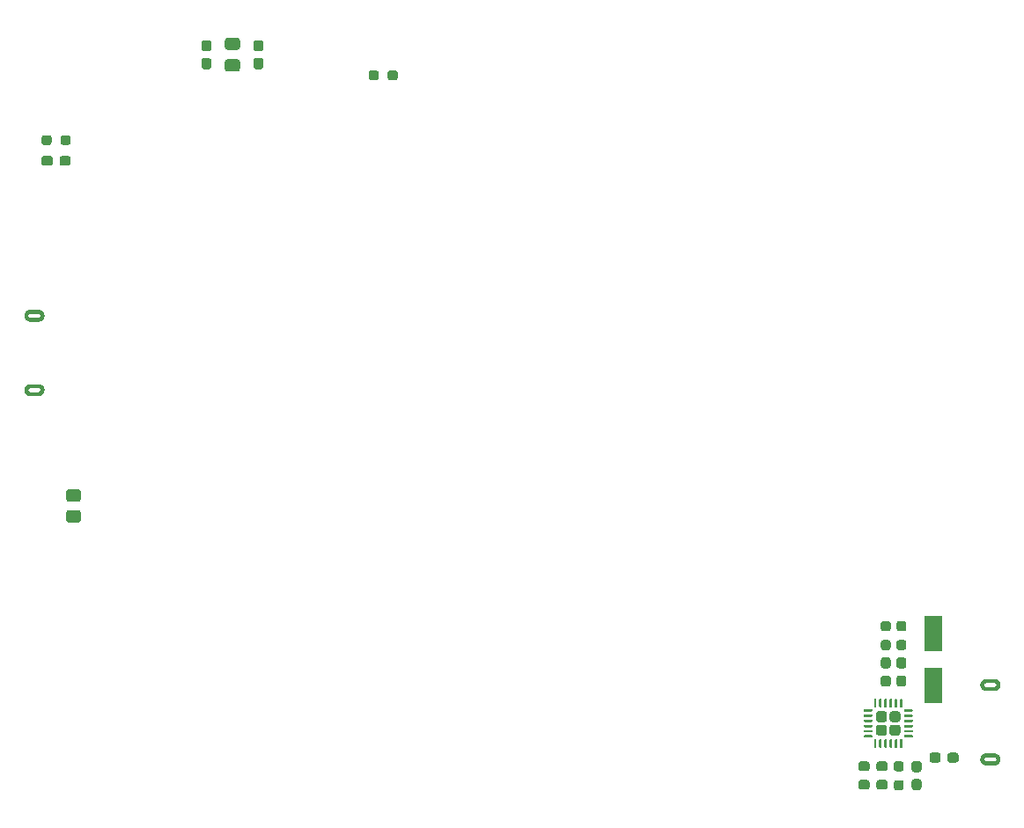
<source format=gbr>
%TF.GenerationSoftware,KiCad,Pcbnew,(5.1.12)-1*%
%TF.CreationDate,2022-03-24T17:22:39-05:00*%
%TF.ProjectId,Psoc-CTF,50736f63-2d43-4544-962e-6b696361645f,rev?*%
%TF.SameCoordinates,Original*%
%TF.FileFunction,Paste,Bot*%
%TF.FilePolarity,Positive*%
%FSLAX46Y46*%
G04 Gerber Fmt 4.6, Leading zero omitted, Abs format (unit mm)*
G04 Created by KiCad (PCBNEW (5.1.12)-1) date 2022-03-24 17:22:39*
%MOMM*%
%LPD*%
G01*
G04 APERTURE LIST*
%ADD10C,0.001000*%
%ADD11R,1.800000X3.500000*%
G04 APERTURE END LIST*
D10*
%TO.C,J12*%
G36*
X116998000Y-82601000D02*
G01*
X116598000Y-82601000D01*
X116586000Y-82601000D01*
X116574000Y-82600000D01*
X116563000Y-82598000D01*
X116551000Y-82596000D01*
X116540000Y-82593000D01*
X116528000Y-82590000D01*
X116517000Y-82586000D01*
X116506000Y-82582000D01*
X116496000Y-82576000D01*
X116485000Y-82571000D01*
X116475000Y-82565000D01*
X116466000Y-82558000D01*
X116456000Y-82551000D01*
X116447000Y-82543000D01*
X116439000Y-82535000D01*
X116431000Y-82527000D01*
X116423000Y-82518000D01*
X116416000Y-82508000D01*
X116409000Y-82499000D01*
X116403000Y-82489000D01*
X116398000Y-82478000D01*
X116392000Y-82468000D01*
X116388000Y-82457000D01*
X116384000Y-82446000D01*
X116381000Y-82434000D01*
X116378000Y-82423000D01*
X116376000Y-82411000D01*
X116374000Y-82400000D01*
X116373000Y-82388000D01*
X116373000Y-82376000D01*
X116373000Y-82364000D01*
X116374000Y-82352000D01*
X116376000Y-82341000D01*
X116378000Y-82329000D01*
X116381000Y-82318000D01*
X116384000Y-82306000D01*
X116388000Y-82295000D01*
X116392000Y-82284000D01*
X116398000Y-82274000D01*
X116403000Y-82264000D01*
X116409000Y-82253000D01*
X116416000Y-82244000D01*
X116423000Y-82234000D01*
X116431000Y-82225000D01*
X116439000Y-82217000D01*
X116447000Y-82209000D01*
X116456000Y-82201000D01*
X116466000Y-82194000D01*
X116475000Y-82187000D01*
X116486000Y-82181000D01*
X116496000Y-82176000D01*
X116506000Y-82170000D01*
X116517000Y-82166000D01*
X116528000Y-82162000D01*
X116540000Y-82159000D01*
X116551000Y-82156000D01*
X116563000Y-82154000D01*
X116574000Y-82152000D01*
X116586000Y-82151000D01*
X116598000Y-82151000D01*
X116998000Y-82151000D01*
X116998000Y-81851000D01*
X116648000Y-81851000D01*
X116623000Y-81850000D01*
X116594000Y-81851000D01*
X116565000Y-81853000D01*
X116537000Y-81857000D01*
X116509000Y-81862000D01*
X116481000Y-81869000D01*
X116453000Y-81877000D01*
X116426000Y-81887000D01*
X116399000Y-81898000D01*
X116373000Y-81910000D01*
X116348000Y-81924000D01*
X116323000Y-81939000D01*
X116299000Y-81956000D01*
X116277000Y-81973000D01*
X116255000Y-81992000D01*
X116234000Y-82012000D01*
X116214000Y-82033000D01*
X116195000Y-82055000D01*
X116178000Y-82077000D01*
X116161000Y-82101000D01*
X116146000Y-82126000D01*
X116132000Y-82151000D01*
X116120000Y-82177000D01*
X116109000Y-82204000D01*
X116099000Y-82231000D01*
X116091000Y-82259000D01*
X116084000Y-82287000D01*
X116079000Y-82315000D01*
X116075000Y-82343000D01*
X116073000Y-82376000D01*
X116074000Y-82403000D01*
X116076000Y-82431000D01*
X116079000Y-82458000D01*
X116084000Y-82485000D01*
X116091000Y-82512000D01*
X116099000Y-82538000D01*
X116108000Y-82564000D01*
X116118000Y-82590000D01*
X116130000Y-82614000D01*
X116143000Y-82638000D01*
X116158000Y-82662000D01*
X116173000Y-82685000D01*
X116190000Y-82706000D01*
X116208000Y-82727000D01*
X116227000Y-82747000D01*
X116247000Y-82766000D01*
X116268000Y-82784000D01*
X116289000Y-82801000D01*
X116312000Y-82816000D01*
X116335000Y-82831000D01*
X116360000Y-82844000D01*
X116384000Y-82856000D01*
X116410000Y-82866000D01*
X116436000Y-82875000D01*
X116462000Y-82883000D01*
X116489000Y-82890000D01*
X116516000Y-82895000D01*
X116543000Y-82898000D01*
X116571000Y-82900000D01*
X116598000Y-82901000D01*
X116998000Y-82901000D01*
X116998000Y-82601000D01*
G37*
X116998000Y-82601000D02*
X116598000Y-82601000D01*
X116586000Y-82601000D01*
X116574000Y-82600000D01*
X116563000Y-82598000D01*
X116551000Y-82596000D01*
X116540000Y-82593000D01*
X116528000Y-82590000D01*
X116517000Y-82586000D01*
X116506000Y-82582000D01*
X116496000Y-82576000D01*
X116485000Y-82571000D01*
X116475000Y-82565000D01*
X116466000Y-82558000D01*
X116456000Y-82551000D01*
X116447000Y-82543000D01*
X116439000Y-82535000D01*
X116431000Y-82527000D01*
X116423000Y-82518000D01*
X116416000Y-82508000D01*
X116409000Y-82499000D01*
X116403000Y-82489000D01*
X116398000Y-82478000D01*
X116392000Y-82468000D01*
X116388000Y-82457000D01*
X116384000Y-82446000D01*
X116381000Y-82434000D01*
X116378000Y-82423000D01*
X116376000Y-82411000D01*
X116374000Y-82400000D01*
X116373000Y-82388000D01*
X116373000Y-82376000D01*
X116373000Y-82364000D01*
X116374000Y-82352000D01*
X116376000Y-82341000D01*
X116378000Y-82329000D01*
X116381000Y-82318000D01*
X116384000Y-82306000D01*
X116388000Y-82295000D01*
X116392000Y-82284000D01*
X116398000Y-82274000D01*
X116403000Y-82264000D01*
X116409000Y-82253000D01*
X116416000Y-82244000D01*
X116423000Y-82234000D01*
X116431000Y-82225000D01*
X116439000Y-82217000D01*
X116447000Y-82209000D01*
X116456000Y-82201000D01*
X116466000Y-82194000D01*
X116475000Y-82187000D01*
X116486000Y-82181000D01*
X116496000Y-82176000D01*
X116506000Y-82170000D01*
X116517000Y-82166000D01*
X116528000Y-82162000D01*
X116540000Y-82159000D01*
X116551000Y-82156000D01*
X116563000Y-82154000D01*
X116574000Y-82152000D01*
X116586000Y-82151000D01*
X116598000Y-82151000D01*
X116998000Y-82151000D01*
X116998000Y-81851000D01*
X116648000Y-81851000D01*
X116623000Y-81850000D01*
X116594000Y-81851000D01*
X116565000Y-81853000D01*
X116537000Y-81857000D01*
X116509000Y-81862000D01*
X116481000Y-81869000D01*
X116453000Y-81877000D01*
X116426000Y-81887000D01*
X116399000Y-81898000D01*
X116373000Y-81910000D01*
X116348000Y-81924000D01*
X116323000Y-81939000D01*
X116299000Y-81956000D01*
X116277000Y-81973000D01*
X116255000Y-81992000D01*
X116234000Y-82012000D01*
X116214000Y-82033000D01*
X116195000Y-82055000D01*
X116178000Y-82077000D01*
X116161000Y-82101000D01*
X116146000Y-82126000D01*
X116132000Y-82151000D01*
X116120000Y-82177000D01*
X116109000Y-82204000D01*
X116099000Y-82231000D01*
X116091000Y-82259000D01*
X116084000Y-82287000D01*
X116079000Y-82315000D01*
X116075000Y-82343000D01*
X116073000Y-82376000D01*
X116074000Y-82403000D01*
X116076000Y-82431000D01*
X116079000Y-82458000D01*
X116084000Y-82485000D01*
X116091000Y-82512000D01*
X116099000Y-82538000D01*
X116108000Y-82564000D01*
X116118000Y-82590000D01*
X116130000Y-82614000D01*
X116143000Y-82638000D01*
X116158000Y-82662000D01*
X116173000Y-82685000D01*
X116190000Y-82706000D01*
X116208000Y-82727000D01*
X116227000Y-82747000D01*
X116247000Y-82766000D01*
X116268000Y-82784000D01*
X116289000Y-82801000D01*
X116312000Y-82816000D01*
X116335000Y-82831000D01*
X116360000Y-82844000D01*
X116384000Y-82856000D01*
X116410000Y-82866000D01*
X116436000Y-82875000D01*
X116462000Y-82883000D01*
X116489000Y-82890000D01*
X116516000Y-82895000D01*
X116543000Y-82898000D01*
X116571000Y-82900000D01*
X116598000Y-82901000D01*
X116998000Y-82901000D01*
X116998000Y-82601000D01*
G36*
X116998000Y-82151000D02*
G01*
X117398000Y-82151000D01*
X117410000Y-82151000D01*
X117422000Y-82152000D01*
X117433000Y-82154000D01*
X117445000Y-82156000D01*
X117456000Y-82159000D01*
X117468000Y-82162000D01*
X117479000Y-82166000D01*
X117490000Y-82170000D01*
X117500000Y-82176000D01*
X117510000Y-82181000D01*
X117521000Y-82187000D01*
X117530000Y-82194000D01*
X117540000Y-82201000D01*
X117549000Y-82209000D01*
X117557000Y-82217000D01*
X117565000Y-82225000D01*
X117573000Y-82234000D01*
X117580000Y-82244000D01*
X117587000Y-82253000D01*
X117593000Y-82264000D01*
X117598000Y-82274000D01*
X117604000Y-82284000D01*
X117608000Y-82295000D01*
X117612000Y-82306000D01*
X117615000Y-82318000D01*
X117618000Y-82329000D01*
X117620000Y-82341000D01*
X117622000Y-82352000D01*
X117623000Y-82364000D01*
X117623000Y-82376000D01*
X117623000Y-82388000D01*
X117622000Y-82400000D01*
X117620000Y-82411000D01*
X117618000Y-82423000D01*
X117615000Y-82434000D01*
X117612000Y-82446000D01*
X117608000Y-82457000D01*
X117604000Y-82468000D01*
X117598000Y-82478000D01*
X117593000Y-82489000D01*
X117587000Y-82499000D01*
X117580000Y-82508000D01*
X117573000Y-82518000D01*
X117565000Y-82527000D01*
X117557000Y-82535000D01*
X117549000Y-82543000D01*
X117540000Y-82551000D01*
X117530000Y-82558000D01*
X117521000Y-82565000D01*
X117511000Y-82571000D01*
X117500000Y-82576000D01*
X117490000Y-82582000D01*
X117479000Y-82586000D01*
X117468000Y-82590000D01*
X117456000Y-82593000D01*
X117445000Y-82596000D01*
X117433000Y-82598000D01*
X117422000Y-82600000D01*
X117410000Y-82601000D01*
X117398000Y-82601000D01*
X116998000Y-82601000D01*
X116998000Y-82901000D01*
X117348000Y-82901000D01*
X117373000Y-82902000D01*
X117402000Y-82901000D01*
X117431000Y-82899000D01*
X117459000Y-82895000D01*
X117487000Y-82890000D01*
X117515000Y-82883000D01*
X117543000Y-82875000D01*
X117570000Y-82865000D01*
X117597000Y-82854000D01*
X117623000Y-82842000D01*
X117648000Y-82828000D01*
X117673000Y-82813000D01*
X117697000Y-82796000D01*
X117719000Y-82779000D01*
X117741000Y-82760000D01*
X117762000Y-82740000D01*
X117782000Y-82719000D01*
X117801000Y-82697000D01*
X117818000Y-82675000D01*
X117835000Y-82651000D01*
X117850000Y-82626000D01*
X117864000Y-82601000D01*
X117876000Y-82575000D01*
X117887000Y-82548000D01*
X117897000Y-82521000D01*
X117905000Y-82493000D01*
X117912000Y-82465000D01*
X117917000Y-82437000D01*
X117921000Y-82409000D01*
X117923000Y-82376000D01*
X117922000Y-82349000D01*
X117920000Y-82321000D01*
X117917000Y-82294000D01*
X117912000Y-82267000D01*
X117905000Y-82240000D01*
X117897000Y-82214000D01*
X117888000Y-82188000D01*
X117878000Y-82162000D01*
X117866000Y-82138000D01*
X117853000Y-82114000D01*
X117838000Y-82090000D01*
X117823000Y-82067000D01*
X117806000Y-82046000D01*
X117788000Y-82025000D01*
X117769000Y-82005000D01*
X117749000Y-81986000D01*
X117728000Y-81968000D01*
X117707000Y-81951000D01*
X117684000Y-81936000D01*
X117660000Y-81921000D01*
X117636000Y-81908000D01*
X117612000Y-81896000D01*
X117586000Y-81886000D01*
X117560000Y-81877000D01*
X117534000Y-81869000D01*
X117507000Y-81862000D01*
X117480000Y-81857000D01*
X117453000Y-81854000D01*
X117425000Y-81852000D01*
X117398000Y-81851000D01*
X116998000Y-81851000D01*
X116998000Y-82151000D01*
G37*
X116998000Y-82151000D02*
X117398000Y-82151000D01*
X117410000Y-82151000D01*
X117422000Y-82152000D01*
X117433000Y-82154000D01*
X117445000Y-82156000D01*
X117456000Y-82159000D01*
X117468000Y-82162000D01*
X117479000Y-82166000D01*
X117490000Y-82170000D01*
X117500000Y-82176000D01*
X117510000Y-82181000D01*
X117521000Y-82187000D01*
X117530000Y-82194000D01*
X117540000Y-82201000D01*
X117549000Y-82209000D01*
X117557000Y-82217000D01*
X117565000Y-82225000D01*
X117573000Y-82234000D01*
X117580000Y-82244000D01*
X117587000Y-82253000D01*
X117593000Y-82264000D01*
X117598000Y-82274000D01*
X117604000Y-82284000D01*
X117608000Y-82295000D01*
X117612000Y-82306000D01*
X117615000Y-82318000D01*
X117618000Y-82329000D01*
X117620000Y-82341000D01*
X117622000Y-82352000D01*
X117623000Y-82364000D01*
X117623000Y-82376000D01*
X117623000Y-82388000D01*
X117622000Y-82400000D01*
X117620000Y-82411000D01*
X117618000Y-82423000D01*
X117615000Y-82434000D01*
X117612000Y-82446000D01*
X117608000Y-82457000D01*
X117604000Y-82468000D01*
X117598000Y-82478000D01*
X117593000Y-82489000D01*
X117587000Y-82499000D01*
X117580000Y-82508000D01*
X117573000Y-82518000D01*
X117565000Y-82527000D01*
X117557000Y-82535000D01*
X117549000Y-82543000D01*
X117540000Y-82551000D01*
X117530000Y-82558000D01*
X117521000Y-82565000D01*
X117511000Y-82571000D01*
X117500000Y-82576000D01*
X117490000Y-82582000D01*
X117479000Y-82586000D01*
X117468000Y-82590000D01*
X117456000Y-82593000D01*
X117445000Y-82596000D01*
X117433000Y-82598000D01*
X117422000Y-82600000D01*
X117410000Y-82601000D01*
X117398000Y-82601000D01*
X116998000Y-82601000D01*
X116998000Y-82901000D01*
X117348000Y-82901000D01*
X117373000Y-82902000D01*
X117402000Y-82901000D01*
X117431000Y-82899000D01*
X117459000Y-82895000D01*
X117487000Y-82890000D01*
X117515000Y-82883000D01*
X117543000Y-82875000D01*
X117570000Y-82865000D01*
X117597000Y-82854000D01*
X117623000Y-82842000D01*
X117648000Y-82828000D01*
X117673000Y-82813000D01*
X117697000Y-82796000D01*
X117719000Y-82779000D01*
X117741000Y-82760000D01*
X117762000Y-82740000D01*
X117782000Y-82719000D01*
X117801000Y-82697000D01*
X117818000Y-82675000D01*
X117835000Y-82651000D01*
X117850000Y-82626000D01*
X117864000Y-82601000D01*
X117876000Y-82575000D01*
X117887000Y-82548000D01*
X117897000Y-82521000D01*
X117905000Y-82493000D01*
X117912000Y-82465000D01*
X117917000Y-82437000D01*
X117921000Y-82409000D01*
X117923000Y-82376000D01*
X117922000Y-82349000D01*
X117920000Y-82321000D01*
X117917000Y-82294000D01*
X117912000Y-82267000D01*
X117905000Y-82240000D01*
X117897000Y-82214000D01*
X117888000Y-82188000D01*
X117878000Y-82162000D01*
X117866000Y-82138000D01*
X117853000Y-82114000D01*
X117838000Y-82090000D01*
X117823000Y-82067000D01*
X117806000Y-82046000D01*
X117788000Y-82025000D01*
X117769000Y-82005000D01*
X117749000Y-81986000D01*
X117728000Y-81968000D01*
X117707000Y-81951000D01*
X117684000Y-81936000D01*
X117660000Y-81921000D01*
X117636000Y-81908000D01*
X117612000Y-81896000D01*
X117586000Y-81886000D01*
X117560000Y-81877000D01*
X117534000Y-81869000D01*
X117507000Y-81862000D01*
X117480000Y-81857000D01*
X117453000Y-81854000D01*
X117425000Y-81852000D01*
X117398000Y-81851000D01*
X116998000Y-81851000D01*
X116998000Y-82151000D01*
G36*
X116998000Y-82602000D02*
G01*
X116598000Y-82602000D01*
X116586000Y-82602000D01*
X116574000Y-82601000D01*
X116563000Y-82599000D01*
X116551000Y-82597000D01*
X116540000Y-82594000D01*
X116528000Y-82591000D01*
X116517000Y-82587000D01*
X116506000Y-82583000D01*
X116496000Y-82577000D01*
X116486000Y-82572000D01*
X116475000Y-82566000D01*
X116466000Y-82559000D01*
X116456000Y-82552000D01*
X116447000Y-82544000D01*
X116439000Y-82536000D01*
X116431000Y-82528000D01*
X116423000Y-82519000D01*
X116416000Y-82509000D01*
X116409000Y-82500000D01*
X116403000Y-82490000D01*
X116398000Y-82479000D01*
X116392000Y-82469000D01*
X116388000Y-82458000D01*
X116384000Y-82447000D01*
X116381000Y-82435000D01*
X116378000Y-82424000D01*
X116376000Y-82412000D01*
X116374000Y-82401000D01*
X116373000Y-82389000D01*
X116373000Y-82377000D01*
X116373000Y-82365000D01*
X116374000Y-82353000D01*
X116376000Y-82342000D01*
X116378000Y-82330000D01*
X116381000Y-82319000D01*
X116384000Y-82307000D01*
X116388000Y-82296000D01*
X116392000Y-82285000D01*
X116398000Y-82275000D01*
X116403000Y-82264000D01*
X116409000Y-82254000D01*
X116416000Y-82245000D01*
X116423000Y-82235000D01*
X116431000Y-82226000D01*
X116439000Y-82218000D01*
X116447000Y-82210000D01*
X116456000Y-82202000D01*
X116466000Y-82195000D01*
X116475000Y-82188000D01*
X116486000Y-82182000D01*
X116496000Y-82177000D01*
X116506000Y-82171000D01*
X116517000Y-82167000D01*
X116528000Y-82163000D01*
X116540000Y-82160000D01*
X116551000Y-82157000D01*
X116563000Y-82155000D01*
X116574000Y-82153000D01*
X116586000Y-82152000D01*
X116598000Y-82152000D01*
X116998000Y-82152000D01*
X116998000Y-81852000D01*
X116643000Y-81852000D01*
X116611000Y-81852000D01*
X116582000Y-81853000D01*
X116554000Y-81856000D01*
X116525000Y-81860000D01*
X116497000Y-81866000D01*
X116469000Y-81873000D01*
X116442000Y-81881000D01*
X116415000Y-81891000D01*
X116389000Y-81903000D01*
X116363000Y-81916000D01*
X116338000Y-81930000D01*
X116314000Y-81945000D01*
X116291000Y-81962000D01*
X116268000Y-81980000D01*
X116247000Y-81999000D01*
X116226000Y-82019000D01*
X116207000Y-82040000D01*
X116189000Y-82062000D01*
X116172000Y-82085000D01*
X116156000Y-82109000D01*
X116141000Y-82134000D01*
X116128000Y-82159000D01*
X116116000Y-82185000D01*
X116106000Y-82212000D01*
X116096000Y-82239000D01*
X116089000Y-82267000D01*
X116083000Y-82295000D01*
X116078000Y-82323000D01*
X116075000Y-82352000D01*
X116073000Y-82377000D01*
X116074000Y-82404000D01*
X116076000Y-82432000D01*
X116079000Y-82459000D01*
X116084000Y-82486000D01*
X116091000Y-82513000D01*
X116099000Y-82539000D01*
X116108000Y-82565000D01*
X116118000Y-82591000D01*
X116130000Y-82615000D01*
X116143000Y-82639000D01*
X116158000Y-82663000D01*
X116173000Y-82686000D01*
X116190000Y-82707000D01*
X116208000Y-82728000D01*
X116227000Y-82748000D01*
X116247000Y-82767000D01*
X116268000Y-82785000D01*
X116289000Y-82802000D01*
X116312000Y-82817000D01*
X116335000Y-82832000D01*
X116360000Y-82845000D01*
X116384000Y-82857000D01*
X116410000Y-82867000D01*
X116436000Y-82876000D01*
X116462000Y-82884000D01*
X116489000Y-82891000D01*
X116516000Y-82896000D01*
X116543000Y-82899000D01*
X116571000Y-82901000D01*
X116598000Y-82902000D01*
X116998000Y-82902000D01*
X116998000Y-82602000D01*
G37*
X116998000Y-82602000D02*
X116598000Y-82602000D01*
X116586000Y-82602000D01*
X116574000Y-82601000D01*
X116563000Y-82599000D01*
X116551000Y-82597000D01*
X116540000Y-82594000D01*
X116528000Y-82591000D01*
X116517000Y-82587000D01*
X116506000Y-82583000D01*
X116496000Y-82577000D01*
X116486000Y-82572000D01*
X116475000Y-82566000D01*
X116466000Y-82559000D01*
X116456000Y-82552000D01*
X116447000Y-82544000D01*
X116439000Y-82536000D01*
X116431000Y-82528000D01*
X116423000Y-82519000D01*
X116416000Y-82509000D01*
X116409000Y-82500000D01*
X116403000Y-82490000D01*
X116398000Y-82479000D01*
X116392000Y-82469000D01*
X116388000Y-82458000D01*
X116384000Y-82447000D01*
X116381000Y-82435000D01*
X116378000Y-82424000D01*
X116376000Y-82412000D01*
X116374000Y-82401000D01*
X116373000Y-82389000D01*
X116373000Y-82377000D01*
X116373000Y-82365000D01*
X116374000Y-82353000D01*
X116376000Y-82342000D01*
X116378000Y-82330000D01*
X116381000Y-82319000D01*
X116384000Y-82307000D01*
X116388000Y-82296000D01*
X116392000Y-82285000D01*
X116398000Y-82275000D01*
X116403000Y-82264000D01*
X116409000Y-82254000D01*
X116416000Y-82245000D01*
X116423000Y-82235000D01*
X116431000Y-82226000D01*
X116439000Y-82218000D01*
X116447000Y-82210000D01*
X116456000Y-82202000D01*
X116466000Y-82195000D01*
X116475000Y-82188000D01*
X116486000Y-82182000D01*
X116496000Y-82177000D01*
X116506000Y-82171000D01*
X116517000Y-82167000D01*
X116528000Y-82163000D01*
X116540000Y-82160000D01*
X116551000Y-82157000D01*
X116563000Y-82155000D01*
X116574000Y-82153000D01*
X116586000Y-82152000D01*
X116598000Y-82152000D01*
X116998000Y-82152000D01*
X116998000Y-81852000D01*
X116643000Y-81852000D01*
X116611000Y-81852000D01*
X116582000Y-81853000D01*
X116554000Y-81856000D01*
X116525000Y-81860000D01*
X116497000Y-81866000D01*
X116469000Y-81873000D01*
X116442000Y-81881000D01*
X116415000Y-81891000D01*
X116389000Y-81903000D01*
X116363000Y-81916000D01*
X116338000Y-81930000D01*
X116314000Y-81945000D01*
X116291000Y-81962000D01*
X116268000Y-81980000D01*
X116247000Y-81999000D01*
X116226000Y-82019000D01*
X116207000Y-82040000D01*
X116189000Y-82062000D01*
X116172000Y-82085000D01*
X116156000Y-82109000D01*
X116141000Y-82134000D01*
X116128000Y-82159000D01*
X116116000Y-82185000D01*
X116106000Y-82212000D01*
X116096000Y-82239000D01*
X116089000Y-82267000D01*
X116083000Y-82295000D01*
X116078000Y-82323000D01*
X116075000Y-82352000D01*
X116073000Y-82377000D01*
X116074000Y-82404000D01*
X116076000Y-82432000D01*
X116079000Y-82459000D01*
X116084000Y-82486000D01*
X116091000Y-82513000D01*
X116099000Y-82539000D01*
X116108000Y-82565000D01*
X116118000Y-82591000D01*
X116130000Y-82615000D01*
X116143000Y-82639000D01*
X116158000Y-82663000D01*
X116173000Y-82686000D01*
X116190000Y-82707000D01*
X116208000Y-82728000D01*
X116227000Y-82748000D01*
X116247000Y-82767000D01*
X116268000Y-82785000D01*
X116289000Y-82802000D01*
X116312000Y-82817000D01*
X116335000Y-82832000D01*
X116360000Y-82845000D01*
X116384000Y-82857000D01*
X116410000Y-82867000D01*
X116436000Y-82876000D01*
X116462000Y-82884000D01*
X116489000Y-82891000D01*
X116516000Y-82896000D01*
X116543000Y-82899000D01*
X116571000Y-82901000D01*
X116598000Y-82902000D01*
X116998000Y-82902000D01*
X116998000Y-82602000D01*
G36*
X116998000Y-82152000D02*
G01*
X117398000Y-82152000D01*
X117410000Y-82152000D01*
X117422000Y-82153000D01*
X117433000Y-82155000D01*
X117445000Y-82157000D01*
X117456000Y-82160000D01*
X117468000Y-82163000D01*
X117479000Y-82167000D01*
X117490000Y-82171000D01*
X117500000Y-82177000D01*
X117510000Y-82182000D01*
X117521000Y-82188000D01*
X117530000Y-82195000D01*
X117540000Y-82202000D01*
X117549000Y-82210000D01*
X117557000Y-82218000D01*
X117565000Y-82226000D01*
X117573000Y-82235000D01*
X117580000Y-82245000D01*
X117587000Y-82254000D01*
X117593000Y-82264000D01*
X117598000Y-82275000D01*
X117604000Y-82285000D01*
X117608000Y-82296000D01*
X117612000Y-82307000D01*
X117615000Y-82319000D01*
X117618000Y-82330000D01*
X117620000Y-82342000D01*
X117622000Y-82353000D01*
X117623000Y-82365000D01*
X117623000Y-82377000D01*
X117623000Y-82389000D01*
X117622000Y-82401000D01*
X117620000Y-82412000D01*
X117618000Y-82424000D01*
X117615000Y-82435000D01*
X117612000Y-82447000D01*
X117608000Y-82458000D01*
X117604000Y-82469000D01*
X117598000Y-82479000D01*
X117593000Y-82490000D01*
X117587000Y-82500000D01*
X117580000Y-82509000D01*
X117573000Y-82519000D01*
X117565000Y-82528000D01*
X117557000Y-82536000D01*
X117549000Y-82544000D01*
X117540000Y-82552000D01*
X117530000Y-82559000D01*
X117521000Y-82566000D01*
X117510000Y-82572000D01*
X117500000Y-82577000D01*
X117490000Y-82583000D01*
X117479000Y-82587000D01*
X117468000Y-82591000D01*
X117456000Y-82594000D01*
X117445000Y-82597000D01*
X117433000Y-82599000D01*
X117422000Y-82601000D01*
X117410000Y-82602000D01*
X117398000Y-82602000D01*
X116998000Y-82602000D01*
X116998000Y-82902000D01*
X117353000Y-82902000D01*
X117385000Y-82902000D01*
X117414000Y-82901000D01*
X117442000Y-82898000D01*
X117471000Y-82894000D01*
X117499000Y-82888000D01*
X117527000Y-82881000D01*
X117554000Y-82873000D01*
X117581000Y-82863000D01*
X117607000Y-82851000D01*
X117633000Y-82838000D01*
X117658000Y-82824000D01*
X117682000Y-82809000D01*
X117705000Y-82792000D01*
X117728000Y-82774000D01*
X117749000Y-82755000D01*
X117770000Y-82735000D01*
X117789000Y-82714000D01*
X117807000Y-82692000D01*
X117824000Y-82669000D01*
X117840000Y-82645000D01*
X117855000Y-82620000D01*
X117868000Y-82595000D01*
X117880000Y-82569000D01*
X117890000Y-82542000D01*
X117900000Y-82515000D01*
X117907000Y-82487000D01*
X117913000Y-82459000D01*
X117918000Y-82431000D01*
X117921000Y-82402000D01*
X117923000Y-82377000D01*
X117922000Y-82350000D01*
X117920000Y-82322000D01*
X117917000Y-82295000D01*
X117912000Y-82268000D01*
X117905000Y-82241000D01*
X117897000Y-82215000D01*
X117888000Y-82189000D01*
X117878000Y-82163000D01*
X117866000Y-82139000D01*
X117853000Y-82115000D01*
X117838000Y-82091000D01*
X117823000Y-82068000D01*
X117806000Y-82047000D01*
X117788000Y-82026000D01*
X117769000Y-82006000D01*
X117749000Y-81987000D01*
X117728000Y-81969000D01*
X117707000Y-81952000D01*
X117684000Y-81937000D01*
X117661000Y-81922000D01*
X117636000Y-81909000D01*
X117612000Y-81897000D01*
X117586000Y-81887000D01*
X117560000Y-81878000D01*
X117534000Y-81870000D01*
X117507000Y-81863000D01*
X117480000Y-81858000D01*
X117453000Y-81855000D01*
X117425000Y-81853000D01*
X117398000Y-81852000D01*
X116998000Y-81852000D01*
X116998000Y-82152000D01*
G37*
X116998000Y-82152000D02*
X117398000Y-82152000D01*
X117410000Y-82152000D01*
X117422000Y-82153000D01*
X117433000Y-82155000D01*
X117445000Y-82157000D01*
X117456000Y-82160000D01*
X117468000Y-82163000D01*
X117479000Y-82167000D01*
X117490000Y-82171000D01*
X117500000Y-82177000D01*
X117510000Y-82182000D01*
X117521000Y-82188000D01*
X117530000Y-82195000D01*
X117540000Y-82202000D01*
X117549000Y-82210000D01*
X117557000Y-82218000D01*
X117565000Y-82226000D01*
X117573000Y-82235000D01*
X117580000Y-82245000D01*
X117587000Y-82254000D01*
X117593000Y-82264000D01*
X117598000Y-82275000D01*
X117604000Y-82285000D01*
X117608000Y-82296000D01*
X117612000Y-82307000D01*
X117615000Y-82319000D01*
X117618000Y-82330000D01*
X117620000Y-82342000D01*
X117622000Y-82353000D01*
X117623000Y-82365000D01*
X117623000Y-82377000D01*
X117623000Y-82389000D01*
X117622000Y-82401000D01*
X117620000Y-82412000D01*
X117618000Y-82424000D01*
X117615000Y-82435000D01*
X117612000Y-82447000D01*
X117608000Y-82458000D01*
X117604000Y-82469000D01*
X117598000Y-82479000D01*
X117593000Y-82490000D01*
X117587000Y-82500000D01*
X117580000Y-82509000D01*
X117573000Y-82519000D01*
X117565000Y-82528000D01*
X117557000Y-82536000D01*
X117549000Y-82544000D01*
X117540000Y-82552000D01*
X117530000Y-82559000D01*
X117521000Y-82566000D01*
X117510000Y-82572000D01*
X117500000Y-82577000D01*
X117490000Y-82583000D01*
X117479000Y-82587000D01*
X117468000Y-82591000D01*
X117456000Y-82594000D01*
X117445000Y-82597000D01*
X117433000Y-82599000D01*
X117422000Y-82601000D01*
X117410000Y-82602000D01*
X117398000Y-82602000D01*
X116998000Y-82602000D01*
X116998000Y-82902000D01*
X117353000Y-82902000D01*
X117385000Y-82902000D01*
X117414000Y-82901000D01*
X117442000Y-82898000D01*
X117471000Y-82894000D01*
X117499000Y-82888000D01*
X117527000Y-82881000D01*
X117554000Y-82873000D01*
X117581000Y-82863000D01*
X117607000Y-82851000D01*
X117633000Y-82838000D01*
X117658000Y-82824000D01*
X117682000Y-82809000D01*
X117705000Y-82792000D01*
X117728000Y-82774000D01*
X117749000Y-82755000D01*
X117770000Y-82735000D01*
X117789000Y-82714000D01*
X117807000Y-82692000D01*
X117824000Y-82669000D01*
X117840000Y-82645000D01*
X117855000Y-82620000D01*
X117868000Y-82595000D01*
X117880000Y-82569000D01*
X117890000Y-82542000D01*
X117900000Y-82515000D01*
X117907000Y-82487000D01*
X117913000Y-82459000D01*
X117918000Y-82431000D01*
X117921000Y-82402000D01*
X117923000Y-82377000D01*
X117922000Y-82350000D01*
X117920000Y-82322000D01*
X117917000Y-82295000D01*
X117912000Y-82268000D01*
X117905000Y-82241000D01*
X117897000Y-82215000D01*
X117888000Y-82189000D01*
X117878000Y-82163000D01*
X117866000Y-82139000D01*
X117853000Y-82115000D01*
X117838000Y-82091000D01*
X117823000Y-82068000D01*
X117806000Y-82047000D01*
X117788000Y-82026000D01*
X117769000Y-82006000D01*
X117749000Y-81987000D01*
X117728000Y-81969000D01*
X117707000Y-81952000D01*
X117684000Y-81937000D01*
X117661000Y-81922000D01*
X117636000Y-81909000D01*
X117612000Y-81897000D01*
X117586000Y-81887000D01*
X117560000Y-81878000D01*
X117534000Y-81870000D01*
X117507000Y-81863000D01*
X117480000Y-81858000D01*
X117453000Y-81855000D01*
X117425000Y-81853000D01*
X117398000Y-81852000D01*
X116998000Y-81852000D01*
X116998000Y-82152000D01*
G36*
X116998000Y-75451000D02*
G01*
X116598000Y-75451000D01*
X116586000Y-75451000D01*
X116574000Y-75450000D01*
X116563000Y-75448000D01*
X116551000Y-75446000D01*
X116540000Y-75443000D01*
X116528000Y-75440000D01*
X116517000Y-75436000D01*
X116506000Y-75432000D01*
X116496000Y-75426000D01*
X116486000Y-75421000D01*
X116475000Y-75415000D01*
X116466000Y-75408000D01*
X116456000Y-75401000D01*
X116447000Y-75393000D01*
X116439000Y-75385000D01*
X116431000Y-75377000D01*
X116423000Y-75368000D01*
X116416000Y-75358000D01*
X116409000Y-75349000D01*
X116403000Y-75338000D01*
X116398000Y-75328000D01*
X116392000Y-75318000D01*
X116388000Y-75307000D01*
X116384000Y-75296000D01*
X116381000Y-75284000D01*
X116378000Y-75273000D01*
X116376000Y-75261000D01*
X116374000Y-75250000D01*
X116373000Y-75238000D01*
X116373000Y-75226000D01*
X116373000Y-75214000D01*
X116374000Y-75202000D01*
X116376000Y-75191000D01*
X116378000Y-75179000D01*
X116381000Y-75168000D01*
X116384000Y-75156000D01*
X116388000Y-75145000D01*
X116392000Y-75134000D01*
X116398000Y-75124000D01*
X116403000Y-75113000D01*
X116409000Y-75103000D01*
X116416000Y-75094000D01*
X116423000Y-75084000D01*
X116431000Y-75075000D01*
X116439000Y-75067000D01*
X116447000Y-75059000D01*
X116456000Y-75051000D01*
X116466000Y-75044000D01*
X116475000Y-75037000D01*
X116485000Y-75031000D01*
X116496000Y-75026000D01*
X116506000Y-75020000D01*
X116517000Y-75016000D01*
X116528000Y-75012000D01*
X116540000Y-75009000D01*
X116551000Y-75006000D01*
X116563000Y-75004000D01*
X116574000Y-75002000D01*
X116586000Y-75001000D01*
X116598000Y-75001000D01*
X116998000Y-75001000D01*
X116998000Y-74701000D01*
X116648000Y-74701000D01*
X116623000Y-74700000D01*
X116594000Y-74701000D01*
X116565000Y-74703000D01*
X116537000Y-74707000D01*
X116509000Y-74712000D01*
X116481000Y-74719000D01*
X116453000Y-74727000D01*
X116426000Y-74737000D01*
X116399000Y-74748000D01*
X116373000Y-74760000D01*
X116348000Y-74774000D01*
X116323000Y-74789000D01*
X116299000Y-74806000D01*
X116277000Y-74823000D01*
X116255000Y-74842000D01*
X116234000Y-74862000D01*
X116214000Y-74883000D01*
X116195000Y-74905000D01*
X116178000Y-74927000D01*
X116161000Y-74951000D01*
X116146000Y-74976000D01*
X116132000Y-75001000D01*
X116120000Y-75027000D01*
X116109000Y-75054000D01*
X116099000Y-75081000D01*
X116091000Y-75109000D01*
X116084000Y-75137000D01*
X116079000Y-75165000D01*
X116075000Y-75193000D01*
X116073000Y-75226000D01*
X116074000Y-75253000D01*
X116076000Y-75281000D01*
X116079000Y-75308000D01*
X116084000Y-75335000D01*
X116091000Y-75362000D01*
X116099000Y-75388000D01*
X116108000Y-75414000D01*
X116118000Y-75440000D01*
X116130000Y-75464000D01*
X116143000Y-75488000D01*
X116158000Y-75512000D01*
X116173000Y-75535000D01*
X116190000Y-75556000D01*
X116208000Y-75577000D01*
X116227000Y-75597000D01*
X116247000Y-75616000D01*
X116268000Y-75634000D01*
X116289000Y-75651000D01*
X116312000Y-75666000D01*
X116336000Y-75681000D01*
X116360000Y-75694000D01*
X116384000Y-75706000D01*
X116410000Y-75716000D01*
X116436000Y-75725000D01*
X116462000Y-75733000D01*
X116489000Y-75740000D01*
X116516000Y-75745000D01*
X116543000Y-75748000D01*
X116571000Y-75750000D01*
X116598000Y-75751000D01*
X116998000Y-75751000D01*
X116998000Y-75451000D01*
G37*
X116998000Y-75451000D02*
X116598000Y-75451000D01*
X116586000Y-75451000D01*
X116574000Y-75450000D01*
X116563000Y-75448000D01*
X116551000Y-75446000D01*
X116540000Y-75443000D01*
X116528000Y-75440000D01*
X116517000Y-75436000D01*
X116506000Y-75432000D01*
X116496000Y-75426000D01*
X116486000Y-75421000D01*
X116475000Y-75415000D01*
X116466000Y-75408000D01*
X116456000Y-75401000D01*
X116447000Y-75393000D01*
X116439000Y-75385000D01*
X116431000Y-75377000D01*
X116423000Y-75368000D01*
X116416000Y-75358000D01*
X116409000Y-75349000D01*
X116403000Y-75338000D01*
X116398000Y-75328000D01*
X116392000Y-75318000D01*
X116388000Y-75307000D01*
X116384000Y-75296000D01*
X116381000Y-75284000D01*
X116378000Y-75273000D01*
X116376000Y-75261000D01*
X116374000Y-75250000D01*
X116373000Y-75238000D01*
X116373000Y-75226000D01*
X116373000Y-75214000D01*
X116374000Y-75202000D01*
X116376000Y-75191000D01*
X116378000Y-75179000D01*
X116381000Y-75168000D01*
X116384000Y-75156000D01*
X116388000Y-75145000D01*
X116392000Y-75134000D01*
X116398000Y-75124000D01*
X116403000Y-75113000D01*
X116409000Y-75103000D01*
X116416000Y-75094000D01*
X116423000Y-75084000D01*
X116431000Y-75075000D01*
X116439000Y-75067000D01*
X116447000Y-75059000D01*
X116456000Y-75051000D01*
X116466000Y-75044000D01*
X116475000Y-75037000D01*
X116485000Y-75031000D01*
X116496000Y-75026000D01*
X116506000Y-75020000D01*
X116517000Y-75016000D01*
X116528000Y-75012000D01*
X116540000Y-75009000D01*
X116551000Y-75006000D01*
X116563000Y-75004000D01*
X116574000Y-75002000D01*
X116586000Y-75001000D01*
X116598000Y-75001000D01*
X116998000Y-75001000D01*
X116998000Y-74701000D01*
X116648000Y-74701000D01*
X116623000Y-74700000D01*
X116594000Y-74701000D01*
X116565000Y-74703000D01*
X116537000Y-74707000D01*
X116509000Y-74712000D01*
X116481000Y-74719000D01*
X116453000Y-74727000D01*
X116426000Y-74737000D01*
X116399000Y-74748000D01*
X116373000Y-74760000D01*
X116348000Y-74774000D01*
X116323000Y-74789000D01*
X116299000Y-74806000D01*
X116277000Y-74823000D01*
X116255000Y-74842000D01*
X116234000Y-74862000D01*
X116214000Y-74883000D01*
X116195000Y-74905000D01*
X116178000Y-74927000D01*
X116161000Y-74951000D01*
X116146000Y-74976000D01*
X116132000Y-75001000D01*
X116120000Y-75027000D01*
X116109000Y-75054000D01*
X116099000Y-75081000D01*
X116091000Y-75109000D01*
X116084000Y-75137000D01*
X116079000Y-75165000D01*
X116075000Y-75193000D01*
X116073000Y-75226000D01*
X116074000Y-75253000D01*
X116076000Y-75281000D01*
X116079000Y-75308000D01*
X116084000Y-75335000D01*
X116091000Y-75362000D01*
X116099000Y-75388000D01*
X116108000Y-75414000D01*
X116118000Y-75440000D01*
X116130000Y-75464000D01*
X116143000Y-75488000D01*
X116158000Y-75512000D01*
X116173000Y-75535000D01*
X116190000Y-75556000D01*
X116208000Y-75577000D01*
X116227000Y-75597000D01*
X116247000Y-75616000D01*
X116268000Y-75634000D01*
X116289000Y-75651000D01*
X116312000Y-75666000D01*
X116336000Y-75681000D01*
X116360000Y-75694000D01*
X116384000Y-75706000D01*
X116410000Y-75716000D01*
X116436000Y-75725000D01*
X116462000Y-75733000D01*
X116489000Y-75740000D01*
X116516000Y-75745000D01*
X116543000Y-75748000D01*
X116571000Y-75750000D01*
X116598000Y-75751000D01*
X116998000Y-75751000D01*
X116998000Y-75451000D01*
G36*
X116998000Y-75001000D02*
G01*
X117398000Y-75001000D01*
X117410000Y-75001000D01*
X117422000Y-75002000D01*
X117433000Y-75004000D01*
X117445000Y-75006000D01*
X117456000Y-75009000D01*
X117468000Y-75012000D01*
X117479000Y-75016000D01*
X117490000Y-75020000D01*
X117500000Y-75026000D01*
X117511000Y-75031000D01*
X117521000Y-75037000D01*
X117530000Y-75044000D01*
X117540000Y-75051000D01*
X117549000Y-75059000D01*
X117557000Y-75067000D01*
X117565000Y-75075000D01*
X117573000Y-75084000D01*
X117580000Y-75094000D01*
X117587000Y-75103000D01*
X117593000Y-75113000D01*
X117598000Y-75124000D01*
X117604000Y-75134000D01*
X117608000Y-75145000D01*
X117612000Y-75156000D01*
X117615000Y-75168000D01*
X117618000Y-75179000D01*
X117620000Y-75191000D01*
X117622000Y-75202000D01*
X117623000Y-75214000D01*
X117623000Y-75226000D01*
X117623000Y-75238000D01*
X117622000Y-75250000D01*
X117620000Y-75261000D01*
X117618000Y-75273000D01*
X117615000Y-75284000D01*
X117612000Y-75296000D01*
X117608000Y-75307000D01*
X117604000Y-75318000D01*
X117598000Y-75328000D01*
X117593000Y-75338000D01*
X117587000Y-75349000D01*
X117580000Y-75358000D01*
X117573000Y-75368000D01*
X117565000Y-75377000D01*
X117557000Y-75385000D01*
X117549000Y-75393000D01*
X117540000Y-75401000D01*
X117530000Y-75408000D01*
X117521000Y-75415000D01*
X117510000Y-75421000D01*
X117500000Y-75426000D01*
X117490000Y-75432000D01*
X117479000Y-75436000D01*
X117468000Y-75440000D01*
X117456000Y-75443000D01*
X117445000Y-75446000D01*
X117433000Y-75448000D01*
X117422000Y-75450000D01*
X117410000Y-75451000D01*
X117398000Y-75451000D01*
X116998000Y-75451000D01*
X116998000Y-75751000D01*
X117348000Y-75751000D01*
X117373000Y-75752000D01*
X117402000Y-75751000D01*
X117431000Y-75749000D01*
X117459000Y-75745000D01*
X117487000Y-75740000D01*
X117515000Y-75733000D01*
X117543000Y-75725000D01*
X117570000Y-75715000D01*
X117597000Y-75704000D01*
X117623000Y-75692000D01*
X117648000Y-75678000D01*
X117673000Y-75663000D01*
X117697000Y-75646000D01*
X117719000Y-75629000D01*
X117741000Y-75610000D01*
X117762000Y-75590000D01*
X117782000Y-75569000D01*
X117801000Y-75547000D01*
X117818000Y-75525000D01*
X117835000Y-75501000D01*
X117850000Y-75476000D01*
X117864000Y-75451000D01*
X117876000Y-75425000D01*
X117887000Y-75398000D01*
X117897000Y-75371000D01*
X117905000Y-75343000D01*
X117912000Y-75315000D01*
X117917000Y-75287000D01*
X117921000Y-75259000D01*
X117923000Y-75226000D01*
X117922000Y-75199000D01*
X117920000Y-75171000D01*
X117917000Y-75144000D01*
X117912000Y-75117000D01*
X117905000Y-75090000D01*
X117897000Y-75064000D01*
X117888000Y-75038000D01*
X117878000Y-75012000D01*
X117866000Y-74988000D01*
X117853000Y-74964000D01*
X117838000Y-74940000D01*
X117823000Y-74917000D01*
X117806000Y-74896000D01*
X117788000Y-74875000D01*
X117769000Y-74855000D01*
X117749000Y-74836000D01*
X117728000Y-74818000D01*
X117707000Y-74801000D01*
X117684000Y-74786000D01*
X117661000Y-74771000D01*
X117636000Y-74758000D01*
X117612000Y-74746000D01*
X117586000Y-74736000D01*
X117560000Y-74727000D01*
X117534000Y-74719000D01*
X117507000Y-74712000D01*
X117480000Y-74707000D01*
X117453000Y-74704000D01*
X117425000Y-74702000D01*
X117398000Y-74701000D01*
X116998000Y-74701000D01*
X116998000Y-75001000D01*
G37*
X116998000Y-75001000D02*
X117398000Y-75001000D01*
X117410000Y-75001000D01*
X117422000Y-75002000D01*
X117433000Y-75004000D01*
X117445000Y-75006000D01*
X117456000Y-75009000D01*
X117468000Y-75012000D01*
X117479000Y-75016000D01*
X117490000Y-75020000D01*
X117500000Y-75026000D01*
X117511000Y-75031000D01*
X117521000Y-75037000D01*
X117530000Y-75044000D01*
X117540000Y-75051000D01*
X117549000Y-75059000D01*
X117557000Y-75067000D01*
X117565000Y-75075000D01*
X117573000Y-75084000D01*
X117580000Y-75094000D01*
X117587000Y-75103000D01*
X117593000Y-75113000D01*
X117598000Y-75124000D01*
X117604000Y-75134000D01*
X117608000Y-75145000D01*
X117612000Y-75156000D01*
X117615000Y-75168000D01*
X117618000Y-75179000D01*
X117620000Y-75191000D01*
X117622000Y-75202000D01*
X117623000Y-75214000D01*
X117623000Y-75226000D01*
X117623000Y-75238000D01*
X117622000Y-75250000D01*
X117620000Y-75261000D01*
X117618000Y-75273000D01*
X117615000Y-75284000D01*
X117612000Y-75296000D01*
X117608000Y-75307000D01*
X117604000Y-75318000D01*
X117598000Y-75328000D01*
X117593000Y-75338000D01*
X117587000Y-75349000D01*
X117580000Y-75358000D01*
X117573000Y-75368000D01*
X117565000Y-75377000D01*
X117557000Y-75385000D01*
X117549000Y-75393000D01*
X117540000Y-75401000D01*
X117530000Y-75408000D01*
X117521000Y-75415000D01*
X117510000Y-75421000D01*
X117500000Y-75426000D01*
X117490000Y-75432000D01*
X117479000Y-75436000D01*
X117468000Y-75440000D01*
X117456000Y-75443000D01*
X117445000Y-75446000D01*
X117433000Y-75448000D01*
X117422000Y-75450000D01*
X117410000Y-75451000D01*
X117398000Y-75451000D01*
X116998000Y-75451000D01*
X116998000Y-75751000D01*
X117348000Y-75751000D01*
X117373000Y-75752000D01*
X117402000Y-75751000D01*
X117431000Y-75749000D01*
X117459000Y-75745000D01*
X117487000Y-75740000D01*
X117515000Y-75733000D01*
X117543000Y-75725000D01*
X117570000Y-75715000D01*
X117597000Y-75704000D01*
X117623000Y-75692000D01*
X117648000Y-75678000D01*
X117673000Y-75663000D01*
X117697000Y-75646000D01*
X117719000Y-75629000D01*
X117741000Y-75610000D01*
X117762000Y-75590000D01*
X117782000Y-75569000D01*
X117801000Y-75547000D01*
X117818000Y-75525000D01*
X117835000Y-75501000D01*
X117850000Y-75476000D01*
X117864000Y-75451000D01*
X117876000Y-75425000D01*
X117887000Y-75398000D01*
X117897000Y-75371000D01*
X117905000Y-75343000D01*
X117912000Y-75315000D01*
X117917000Y-75287000D01*
X117921000Y-75259000D01*
X117923000Y-75226000D01*
X117922000Y-75199000D01*
X117920000Y-75171000D01*
X117917000Y-75144000D01*
X117912000Y-75117000D01*
X117905000Y-75090000D01*
X117897000Y-75064000D01*
X117888000Y-75038000D01*
X117878000Y-75012000D01*
X117866000Y-74988000D01*
X117853000Y-74964000D01*
X117838000Y-74940000D01*
X117823000Y-74917000D01*
X117806000Y-74896000D01*
X117788000Y-74875000D01*
X117769000Y-74855000D01*
X117749000Y-74836000D01*
X117728000Y-74818000D01*
X117707000Y-74801000D01*
X117684000Y-74786000D01*
X117661000Y-74771000D01*
X117636000Y-74758000D01*
X117612000Y-74746000D01*
X117586000Y-74736000D01*
X117560000Y-74727000D01*
X117534000Y-74719000D01*
X117507000Y-74712000D01*
X117480000Y-74707000D01*
X117453000Y-74704000D01*
X117425000Y-74702000D01*
X117398000Y-74701000D01*
X116998000Y-74701000D01*
X116998000Y-75001000D01*
G36*
X116998000Y-75452000D02*
G01*
X116598000Y-75452000D01*
X116586000Y-75452000D01*
X116574000Y-75451000D01*
X116563000Y-75449000D01*
X116551000Y-75447000D01*
X116540000Y-75444000D01*
X116528000Y-75441000D01*
X116517000Y-75437000D01*
X116506000Y-75433000D01*
X116496000Y-75427000D01*
X116485000Y-75422000D01*
X116475000Y-75416000D01*
X116466000Y-75409000D01*
X116456000Y-75402000D01*
X116447000Y-75394000D01*
X116439000Y-75386000D01*
X116431000Y-75378000D01*
X116423000Y-75369000D01*
X116416000Y-75359000D01*
X116409000Y-75350000D01*
X116403000Y-75339000D01*
X116398000Y-75329000D01*
X116392000Y-75319000D01*
X116388000Y-75308000D01*
X116384000Y-75297000D01*
X116381000Y-75285000D01*
X116378000Y-75274000D01*
X116376000Y-75262000D01*
X116374000Y-75251000D01*
X116373000Y-75239000D01*
X116373000Y-75227000D01*
X116373000Y-75215000D01*
X116374000Y-75203000D01*
X116376000Y-75192000D01*
X116378000Y-75180000D01*
X116381000Y-75169000D01*
X116384000Y-75157000D01*
X116388000Y-75146000D01*
X116392000Y-75135000D01*
X116398000Y-75125000D01*
X116403000Y-75115000D01*
X116409000Y-75104000D01*
X116416000Y-75095000D01*
X116423000Y-75085000D01*
X116431000Y-75076000D01*
X116439000Y-75068000D01*
X116447000Y-75060000D01*
X116456000Y-75052000D01*
X116466000Y-75045000D01*
X116475000Y-75038000D01*
X116486000Y-75032000D01*
X116496000Y-75027000D01*
X116506000Y-75021000D01*
X116517000Y-75017000D01*
X116528000Y-75013000D01*
X116540000Y-75010000D01*
X116551000Y-75007000D01*
X116563000Y-75005000D01*
X116574000Y-75003000D01*
X116586000Y-75002000D01*
X116598000Y-75002000D01*
X116998000Y-75002000D01*
X116998000Y-74702000D01*
X116643000Y-74702000D01*
X116611000Y-74702000D01*
X116582000Y-74703000D01*
X116554000Y-74706000D01*
X116525000Y-74710000D01*
X116497000Y-74716000D01*
X116469000Y-74723000D01*
X116442000Y-74731000D01*
X116415000Y-74741000D01*
X116389000Y-74753000D01*
X116363000Y-74766000D01*
X116338000Y-74780000D01*
X116314000Y-74795000D01*
X116291000Y-74812000D01*
X116268000Y-74830000D01*
X116247000Y-74849000D01*
X116226000Y-74869000D01*
X116207000Y-74890000D01*
X116189000Y-74912000D01*
X116172000Y-74935000D01*
X116156000Y-74959000D01*
X116141000Y-74984000D01*
X116128000Y-75009000D01*
X116116000Y-75035000D01*
X116106000Y-75062000D01*
X116096000Y-75089000D01*
X116089000Y-75117000D01*
X116083000Y-75145000D01*
X116078000Y-75173000D01*
X116075000Y-75202000D01*
X116073000Y-75227000D01*
X116074000Y-75254000D01*
X116076000Y-75282000D01*
X116079000Y-75309000D01*
X116084000Y-75336000D01*
X116091000Y-75363000D01*
X116099000Y-75389000D01*
X116108000Y-75415000D01*
X116118000Y-75441000D01*
X116130000Y-75465000D01*
X116143000Y-75490000D01*
X116158000Y-75513000D01*
X116173000Y-75536000D01*
X116190000Y-75557000D01*
X116208000Y-75578000D01*
X116227000Y-75598000D01*
X116247000Y-75617000D01*
X116268000Y-75635000D01*
X116289000Y-75652000D01*
X116312000Y-75667000D01*
X116335000Y-75682000D01*
X116360000Y-75695000D01*
X116384000Y-75707000D01*
X116410000Y-75717000D01*
X116436000Y-75726000D01*
X116462000Y-75734000D01*
X116489000Y-75741000D01*
X116516000Y-75746000D01*
X116543000Y-75749000D01*
X116571000Y-75751000D01*
X116598000Y-75752000D01*
X116998000Y-75752000D01*
X116998000Y-75452000D01*
G37*
X116998000Y-75452000D02*
X116598000Y-75452000D01*
X116586000Y-75452000D01*
X116574000Y-75451000D01*
X116563000Y-75449000D01*
X116551000Y-75447000D01*
X116540000Y-75444000D01*
X116528000Y-75441000D01*
X116517000Y-75437000D01*
X116506000Y-75433000D01*
X116496000Y-75427000D01*
X116485000Y-75422000D01*
X116475000Y-75416000D01*
X116466000Y-75409000D01*
X116456000Y-75402000D01*
X116447000Y-75394000D01*
X116439000Y-75386000D01*
X116431000Y-75378000D01*
X116423000Y-75369000D01*
X116416000Y-75359000D01*
X116409000Y-75350000D01*
X116403000Y-75339000D01*
X116398000Y-75329000D01*
X116392000Y-75319000D01*
X116388000Y-75308000D01*
X116384000Y-75297000D01*
X116381000Y-75285000D01*
X116378000Y-75274000D01*
X116376000Y-75262000D01*
X116374000Y-75251000D01*
X116373000Y-75239000D01*
X116373000Y-75227000D01*
X116373000Y-75215000D01*
X116374000Y-75203000D01*
X116376000Y-75192000D01*
X116378000Y-75180000D01*
X116381000Y-75169000D01*
X116384000Y-75157000D01*
X116388000Y-75146000D01*
X116392000Y-75135000D01*
X116398000Y-75125000D01*
X116403000Y-75115000D01*
X116409000Y-75104000D01*
X116416000Y-75095000D01*
X116423000Y-75085000D01*
X116431000Y-75076000D01*
X116439000Y-75068000D01*
X116447000Y-75060000D01*
X116456000Y-75052000D01*
X116466000Y-75045000D01*
X116475000Y-75038000D01*
X116486000Y-75032000D01*
X116496000Y-75027000D01*
X116506000Y-75021000D01*
X116517000Y-75017000D01*
X116528000Y-75013000D01*
X116540000Y-75010000D01*
X116551000Y-75007000D01*
X116563000Y-75005000D01*
X116574000Y-75003000D01*
X116586000Y-75002000D01*
X116598000Y-75002000D01*
X116998000Y-75002000D01*
X116998000Y-74702000D01*
X116643000Y-74702000D01*
X116611000Y-74702000D01*
X116582000Y-74703000D01*
X116554000Y-74706000D01*
X116525000Y-74710000D01*
X116497000Y-74716000D01*
X116469000Y-74723000D01*
X116442000Y-74731000D01*
X116415000Y-74741000D01*
X116389000Y-74753000D01*
X116363000Y-74766000D01*
X116338000Y-74780000D01*
X116314000Y-74795000D01*
X116291000Y-74812000D01*
X116268000Y-74830000D01*
X116247000Y-74849000D01*
X116226000Y-74869000D01*
X116207000Y-74890000D01*
X116189000Y-74912000D01*
X116172000Y-74935000D01*
X116156000Y-74959000D01*
X116141000Y-74984000D01*
X116128000Y-75009000D01*
X116116000Y-75035000D01*
X116106000Y-75062000D01*
X116096000Y-75089000D01*
X116089000Y-75117000D01*
X116083000Y-75145000D01*
X116078000Y-75173000D01*
X116075000Y-75202000D01*
X116073000Y-75227000D01*
X116074000Y-75254000D01*
X116076000Y-75282000D01*
X116079000Y-75309000D01*
X116084000Y-75336000D01*
X116091000Y-75363000D01*
X116099000Y-75389000D01*
X116108000Y-75415000D01*
X116118000Y-75441000D01*
X116130000Y-75465000D01*
X116143000Y-75490000D01*
X116158000Y-75513000D01*
X116173000Y-75536000D01*
X116190000Y-75557000D01*
X116208000Y-75578000D01*
X116227000Y-75598000D01*
X116247000Y-75617000D01*
X116268000Y-75635000D01*
X116289000Y-75652000D01*
X116312000Y-75667000D01*
X116335000Y-75682000D01*
X116360000Y-75695000D01*
X116384000Y-75707000D01*
X116410000Y-75717000D01*
X116436000Y-75726000D01*
X116462000Y-75734000D01*
X116489000Y-75741000D01*
X116516000Y-75746000D01*
X116543000Y-75749000D01*
X116571000Y-75751000D01*
X116598000Y-75752000D01*
X116998000Y-75752000D01*
X116998000Y-75452000D01*
G36*
X116998000Y-75002000D02*
G01*
X117398000Y-75002000D01*
X117410000Y-75002000D01*
X117422000Y-75003000D01*
X117433000Y-75005000D01*
X117445000Y-75007000D01*
X117456000Y-75010000D01*
X117468000Y-75013000D01*
X117479000Y-75017000D01*
X117490000Y-75021000D01*
X117500000Y-75027000D01*
X117510000Y-75032000D01*
X117521000Y-75038000D01*
X117530000Y-75045000D01*
X117540000Y-75052000D01*
X117549000Y-75060000D01*
X117557000Y-75068000D01*
X117565000Y-75076000D01*
X117573000Y-75085000D01*
X117580000Y-75095000D01*
X117587000Y-75104000D01*
X117593000Y-75115000D01*
X117598000Y-75125000D01*
X117604000Y-75135000D01*
X117608000Y-75146000D01*
X117612000Y-75157000D01*
X117615000Y-75169000D01*
X117618000Y-75180000D01*
X117620000Y-75192000D01*
X117622000Y-75203000D01*
X117623000Y-75215000D01*
X117623000Y-75227000D01*
X117623000Y-75239000D01*
X117622000Y-75251000D01*
X117620000Y-75262000D01*
X117618000Y-75274000D01*
X117615000Y-75285000D01*
X117612000Y-75297000D01*
X117608000Y-75308000D01*
X117604000Y-75319000D01*
X117598000Y-75329000D01*
X117593000Y-75339000D01*
X117587000Y-75350000D01*
X117580000Y-75359000D01*
X117573000Y-75369000D01*
X117565000Y-75378000D01*
X117557000Y-75386000D01*
X117549000Y-75394000D01*
X117540000Y-75402000D01*
X117530000Y-75409000D01*
X117521000Y-75416000D01*
X117511000Y-75422000D01*
X117500000Y-75427000D01*
X117490000Y-75433000D01*
X117479000Y-75437000D01*
X117468000Y-75441000D01*
X117456000Y-75444000D01*
X117445000Y-75447000D01*
X117433000Y-75449000D01*
X117422000Y-75451000D01*
X117410000Y-75452000D01*
X117398000Y-75452000D01*
X116998000Y-75452000D01*
X116998000Y-75752000D01*
X117353000Y-75752000D01*
X117385000Y-75752000D01*
X117414000Y-75751000D01*
X117442000Y-75748000D01*
X117471000Y-75744000D01*
X117499000Y-75738000D01*
X117527000Y-75731000D01*
X117554000Y-75723000D01*
X117581000Y-75713000D01*
X117607000Y-75701000D01*
X117633000Y-75688000D01*
X117658000Y-75674000D01*
X117682000Y-75659000D01*
X117705000Y-75642000D01*
X117728000Y-75624000D01*
X117749000Y-75605000D01*
X117770000Y-75585000D01*
X117789000Y-75564000D01*
X117807000Y-75542000D01*
X117824000Y-75519000D01*
X117840000Y-75495000D01*
X117855000Y-75470000D01*
X117868000Y-75445000D01*
X117880000Y-75419000D01*
X117890000Y-75392000D01*
X117900000Y-75365000D01*
X117907000Y-75337000D01*
X117913000Y-75309000D01*
X117918000Y-75281000D01*
X117921000Y-75252000D01*
X117923000Y-75227000D01*
X117922000Y-75200000D01*
X117920000Y-75172000D01*
X117917000Y-75145000D01*
X117912000Y-75118000D01*
X117905000Y-75091000D01*
X117897000Y-75065000D01*
X117888000Y-75039000D01*
X117878000Y-75013000D01*
X117866000Y-74989000D01*
X117853000Y-74964000D01*
X117838000Y-74941000D01*
X117823000Y-74918000D01*
X117806000Y-74897000D01*
X117788000Y-74876000D01*
X117769000Y-74856000D01*
X117749000Y-74837000D01*
X117728000Y-74819000D01*
X117707000Y-74802000D01*
X117684000Y-74787000D01*
X117660000Y-74772000D01*
X117636000Y-74759000D01*
X117612000Y-74747000D01*
X117586000Y-74737000D01*
X117560000Y-74728000D01*
X117534000Y-74720000D01*
X117507000Y-74713000D01*
X117480000Y-74708000D01*
X117453000Y-74705000D01*
X117425000Y-74703000D01*
X117398000Y-74702000D01*
X116998000Y-74702000D01*
X116998000Y-75002000D01*
G37*
X116998000Y-75002000D02*
X117398000Y-75002000D01*
X117410000Y-75002000D01*
X117422000Y-75003000D01*
X117433000Y-75005000D01*
X117445000Y-75007000D01*
X117456000Y-75010000D01*
X117468000Y-75013000D01*
X117479000Y-75017000D01*
X117490000Y-75021000D01*
X117500000Y-75027000D01*
X117510000Y-75032000D01*
X117521000Y-75038000D01*
X117530000Y-75045000D01*
X117540000Y-75052000D01*
X117549000Y-75060000D01*
X117557000Y-75068000D01*
X117565000Y-75076000D01*
X117573000Y-75085000D01*
X117580000Y-75095000D01*
X117587000Y-75104000D01*
X117593000Y-75115000D01*
X117598000Y-75125000D01*
X117604000Y-75135000D01*
X117608000Y-75146000D01*
X117612000Y-75157000D01*
X117615000Y-75169000D01*
X117618000Y-75180000D01*
X117620000Y-75192000D01*
X117622000Y-75203000D01*
X117623000Y-75215000D01*
X117623000Y-75227000D01*
X117623000Y-75239000D01*
X117622000Y-75251000D01*
X117620000Y-75262000D01*
X117618000Y-75274000D01*
X117615000Y-75285000D01*
X117612000Y-75297000D01*
X117608000Y-75308000D01*
X117604000Y-75319000D01*
X117598000Y-75329000D01*
X117593000Y-75339000D01*
X117587000Y-75350000D01*
X117580000Y-75359000D01*
X117573000Y-75369000D01*
X117565000Y-75378000D01*
X117557000Y-75386000D01*
X117549000Y-75394000D01*
X117540000Y-75402000D01*
X117530000Y-75409000D01*
X117521000Y-75416000D01*
X117511000Y-75422000D01*
X117500000Y-75427000D01*
X117490000Y-75433000D01*
X117479000Y-75437000D01*
X117468000Y-75441000D01*
X117456000Y-75444000D01*
X117445000Y-75447000D01*
X117433000Y-75449000D01*
X117422000Y-75451000D01*
X117410000Y-75452000D01*
X117398000Y-75452000D01*
X116998000Y-75452000D01*
X116998000Y-75752000D01*
X117353000Y-75752000D01*
X117385000Y-75752000D01*
X117414000Y-75751000D01*
X117442000Y-75748000D01*
X117471000Y-75744000D01*
X117499000Y-75738000D01*
X117527000Y-75731000D01*
X117554000Y-75723000D01*
X117581000Y-75713000D01*
X117607000Y-75701000D01*
X117633000Y-75688000D01*
X117658000Y-75674000D01*
X117682000Y-75659000D01*
X117705000Y-75642000D01*
X117728000Y-75624000D01*
X117749000Y-75605000D01*
X117770000Y-75585000D01*
X117789000Y-75564000D01*
X117807000Y-75542000D01*
X117824000Y-75519000D01*
X117840000Y-75495000D01*
X117855000Y-75470000D01*
X117868000Y-75445000D01*
X117880000Y-75419000D01*
X117890000Y-75392000D01*
X117900000Y-75365000D01*
X117907000Y-75337000D01*
X117913000Y-75309000D01*
X117918000Y-75281000D01*
X117921000Y-75252000D01*
X117923000Y-75227000D01*
X117922000Y-75200000D01*
X117920000Y-75172000D01*
X117917000Y-75145000D01*
X117912000Y-75118000D01*
X117905000Y-75091000D01*
X117897000Y-75065000D01*
X117888000Y-75039000D01*
X117878000Y-75013000D01*
X117866000Y-74989000D01*
X117853000Y-74964000D01*
X117838000Y-74941000D01*
X117823000Y-74918000D01*
X117806000Y-74897000D01*
X117788000Y-74876000D01*
X117769000Y-74856000D01*
X117749000Y-74837000D01*
X117728000Y-74819000D01*
X117707000Y-74802000D01*
X117684000Y-74787000D01*
X117660000Y-74772000D01*
X117636000Y-74759000D01*
X117612000Y-74747000D01*
X117586000Y-74737000D01*
X117560000Y-74728000D01*
X117534000Y-74720000D01*
X117507000Y-74713000D01*
X117480000Y-74708000D01*
X117453000Y-74705000D01*
X117425000Y-74703000D01*
X117398000Y-74702000D01*
X116998000Y-74702000D01*
X116998000Y-75002000D01*
%TO.C,J5*%
G36*
X208914500Y-118134999D02*
G01*
X208514500Y-118134999D01*
X208502500Y-118134999D01*
X208490500Y-118133999D01*
X208479500Y-118131999D01*
X208467500Y-118129999D01*
X208456500Y-118126999D01*
X208444500Y-118123999D01*
X208433500Y-118119999D01*
X208422500Y-118115999D01*
X208412500Y-118109999D01*
X208402500Y-118104999D01*
X208391500Y-118098999D01*
X208382500Y-118091999D01*
X208372500Y-118084999D01*
X208363500Y-118076999D01*
X208355500Y-118068999D01*
X208347500Y-118060999D01*
X208339500Y-118051999D01*
X208332500Y-118041999D01*
X208325500Y-118032999D01*
X208319500Y-118021999D01*
X208314500Y-118011999D01*
X208308500Y-118001999D01*
X208304500Y-117990999D01*
X208300500Y-117979999D01*
X208297500Y-117967999D01*
X208294500Y-117956999D01*
X208292500Y-117944999D01*
X208290500Y-117933999D01*
X208289500Y-117921999D01*
X208289500Y-117909999D01*
X208289500Y-117897999D01*
X208290500Y-117885999D01*
X208292500Y-117874999D01*
X208294500Y-117862999D01*
X208297500Y-117851999D01*
X208300500Y-117839999D01*
X208304500Y-117828999D01*
X208308500Y-117817999D01*
X208314500Y-117807999D01*
X208319500Y-117797999D01*
X208325500Y-117786999D01*
X208332500Y-117777999D01*
X208339500Y-117767999D01*
X208347500Y-117758999D01*
X208355500Y-117750999D01*
X208363500Y-117742999D01*
X208372500Y-117734999D01*
X208382500Y-117727999D01*
X208391500Y-117720999D01*
X208401500Y-117714999D01*
X208412500Y-117709999D01*
X208422500Y-117703999D01*
X208433500Y-117699999D01*
X208444500Y-117695999D01*
X208456500Y-117692999D01*
X208467500Y-117689999D01*
X208479500Y-117687999D01*
X208490500Y-117685999D01*
X208502500Y-117684999D01*
X208514500Y-117684999D01*
X208914500Y-117684999D01*
X208914500Y-117384999D01*
X208559500Y-117384999D01*
X208527500Y-117384999D01*
X208498500Y-117385999D01*
X208470500Y-117388999D01*
X208441500Y-117392999D01*
X208413500Y-117398999D01*
X208385500Y-117405999D01*
X208358500Y-117413999D01*
X208331500Y-117423999D01*
X208305500Y-117435999D01*
X208279500Y-117448999D01*
X208254500Y-117462999D01*
X208230500Y-117477999D01*
X208207500Y-117494999D01*
X208184500Y-117512999D01*
X208163500Y-117531999D01*
X208142500Y-117551999D01*
X208123500Y-117572999D01*
X208105500Y-117594999D01*
X208088500Y-117617999D01*
X208072500Y-117641999D01*
X208057500Y-117666999D01*
X208044500Y-117691999D01*
X208032500Y-117717999D01*
X208022500Y-117744999D01*
X208012500Y-117771999D01*
X208005500Y-117799999D01*
X207999500Y-117827999D01*
X207994500Y-117855999D01*
X207991500Y-117884999D01*
X207989500Y-117909999D01*
X207990500Y-117936999D01*
X207992500Y-117964999D01*
X207995500Y-117991999D01*
X208000500Y-118018999D01*
X208007500Y-118045999D01*
X208015500Y-118071999D01*
X208024500Y-118097999D01*
X208034500Y-118123999D01*
X208046500Y-118147999D01*
X208059500Y-118172999D01*
X208074500Y-118195999D01*
X208089500Y-118218999D01*
X208106500Y-118239999D01*
X208124500Y-118260999D01*
X208143500Y-118280999D01*
X208163500Y-118299999D01*
X208184500Y-118317999D01*
X208205500Y-118334999D01*
X208228500Y-118349999D01*
X208252500Y-118364999D01*
X208276500Y-118377999D01*
X208300500Y-118389999D01*
X208326500Y-118399999D01*
X208352500Y-118408999D01*
X208378500Y-118416999D01*
X208405500Y-118423999D01*
X208432500Y-118428999D01*
X208459500Y-118431999D01*
X208487500Y-118433999D01*
X208514500Y-118434999D01*
X208914500Y-118434999D01*
X208914500Y-118134999D01*
G37*
X208914500Y-118134999D02*
X208514500Y-118134999D01*
X208502500Y-118134999D01*
X208490500Y-118133999D01*
X208479500Y-118131999D01*
X208467500Y-118129999D01*
X208456500Y-118126999D01*
X208444500Y-118123999D01*
X208433500Y-118119999D01*
X208422500Y-118115999D01*
X208412500Y-118109999D01*
X208402500Y-118104999D01*
X208391500Y-118098999D01*
X208382500Y-118091999D01*
X208372500Y-118084999D01*
X208363500Y-118076999D01*
X208355500Y-118068999D01*
X208347500Y-118060999D01*
X208339500Y-118051999D01*
X208332500Y-118041999D01*
X208325500Y-118032999D01*
X208319500Y-118021999D01*
X208314500Y-118011999D01*
X208308500Y-118001999D01*
X208304500Y-117990999D01*
X208300500Y-117979999D01*
X208297500Y-117967999D01*
X208294500Y-117956999D01*
X208292500Y-117944999D01*
X208290500Y-117933999D01*
X208289500Y-117921999D01*
X208289500Y-117909999D01*
X208289500Y-117897999D01*
X208290500Y-117885999D01*
X208292500Y-117874999D01*
X208294500Y-117862999D01*
X208297500Y-117851999D01*
X208300500Y-117839999D01*
X208304500Y-117828999D01*
X208308500Y-117817999D01*
X208314500Y-117807999D01*
X208319500Y-117797999D01*
X208325500Y-117786999D01*
X208332500Y-117777999D01*
X208339500Y-117767999D01*
X208347500Y-117758999D01*
X208355500Y-117750999D01*
X208363500Y-117742999D01*
X208372500Y-117734999D01*
X208382500Y-117727999D01*
X208391500Y-117720999D01*
X208401500Y-117714999D01*
X208412500Y-117709999D01*
X208422500Y-117703999D01*
X208433500Y-117699999D01*
X208444500Y-117695999D01*
X208456500Y-117692999D01*
X208467500Y-117689999D01*
X208479500Y-117687999D01*
X208490500Y-117685999D01*
X208502500Y-117684999D01*
X208514500Y-117684999D01*
X208914500Y-117684999D01*
X208914500Y-117384999D01*
X208559500Y-117384999D01*
X208527500Y-117384999D01*
X208498500Y-117385999D01*
X208470500Y-117388999D01*
X208441500Y-117392999D01*
X208413500Y-117398999D01*
X208385500Y-117405999D01*
X208358500Y-117413999D01*
X208331500Y-117423999D01*
X208305500Y-117435999D01*
X208279500Y-117448999D01*
X208254500Y-117462999D01*
X208230500Y-117477999D01*
X208207500Y-117494999D01*
X208184500Y-117512999D01*
X208163500Y-117531999D01*
X208142500Y-117551999D01*
X208123500Y-117572999D01*
X208105500Y-117594999D01*
X208088500Y-117617999D01*
X208072500Y-117641999D01*
X208057500Y-117666999D01*
X208044500Y-117691999D01*
X208032500Y-117717999D01*
X208022500Y-117744999D01*
X208012500Y-117771999D01*
X208005500Y-117799999D01*
X207999500Y-117827999D01*
X207994500Y-117855999D01*
X207991500Y-117884999D01*
X207989500Y-117909999D01*
X207990500Y-117936999D01*
X207992500Y-117964999D01*
X207995500Y-117991999D01*
X208000500Y-118018999D01*
X208007500Y-118045999D01*
X208015500Y-118071999D01*
X208024500Y-118097999D01*
X208034500Y-118123999D01*
X208046500Y-118147999D01*
X208059500Y-118172999D01*
X208074500Y-118195999D01*
X208089500Y-118218999D01*
X208106500Y-118239999D01*
X208124500Y-118260999D01*
X208143500Y-118280999D01*
X208163500Y-118299999D01*
X208184500Y-118317999D01*
X208205500Y-118334999D01*
X208228500Y-118349999D01*
X208252500Y-118364999D01*
X208276500Y-118377999D01*
X208300500Y-118389999D01*
X208326500Y-118399999D01*
X208352500Y-118408999D01*
X208378500Y-118416999D01*
X208405500Y-118423999D01*
X208432500Y-118428999D01*
X208459500Y-118431999D01*
X208487500Y-118433999D01*
X208514500Y-118434999D01*
X208914500Y-118434999D01*
X208914500Y-118134999D01*
G36*
X208914500Y-117684999D02*
G01*
X209314500Y-117684999D01*
X209326500Y-117684999D01*
X209338500Y-117685999D01*
X209349500Y-117687999D01*
X209361500Y-117689999D01*
X209372500Y-117692999D01*
X209384500Y-117695999D01*
X209395500Y-117699999D01*
X209406500Y-117703999D01*
X209416500Y-117709999D01*
X209427500Y-117714999D01*
X209437500Y-117720999D01*
X209446500Y-117727999D01*
X209456500Y-117734999D01*
X209465500Y-117742999D01*
X209473500Y-117750999D01*
X209481500Y-117758999D01*
X209489500Y-117767999D01*
X209496500Y-117777999D01*
X209503500Y-117786999D01*
X209509500Y-117797999D01*
X209514500Y-117807999D01*
X209520500Y-117817999D01*
X209524500Y-117828999D01*
X209528500Y-117839999D01*
X209531500Y-117851999D01*
X209534500Y-117862999D01*
X209536500Y-117874999D01*
X209538500Y-117885999D01*
X209539500Y-117897999D01*
X209539500Y-117909999D01*
X209539500Y-117921999D01*
X209538500Y-117933999D01*
X209536500Y-117944999D01*
X209534500Y-117956999D01*
X209531500Y-117967999D01*
X209528500Y-117979999D01*
X209524500Y-117990999D01*
X209520500Y-118001999D01*
X209514500Y-118011999D01*
X209509500Y-118021999D01*
X209503500Y-118032999D01*
X209496500Y-118041999D01*
X209489500Y-118051999D01*
X209481500Y-118060999D01*
X209473500Y-118068999D01*
X209465500Y-118076999D01*
X209456500Y-118084999D01*
X209446500Y-118091999D01*
X209437500Y-118098999D01*
X209426500Y-118104999D01*
X209416500Y-118109999D01*
X209406500Y-118115999D01*
X209395500Y-118119999D01*
X209384500Y-118123999D01*
X209372500Y-118126999D01*
X209361500Y-118129999D01*
X209349500Y-118131999D01*
X209338500Y-118133999D01*
X209326500Y-118134999D01*
X209314500Y-118134999D01*
X208914500Y-118134999D01*
X208914500Y-118434999D01*
X209269500Y-118434999D01*
X209301500Y-118434999D01*
X209330500Y-118433999D01*
X209358500Y-118430999D01*
X209387500Y-118426999D01*
X209415500Y-118420999D01*
X209443500Y-118413999D01*
X209470500Y-118405999D01*
X209497500Y-118395999D01*
X209523500Y-118383999D01*
X209549500Y-118370999D01*
X209574500Y-118356999D01*
X209598500Y-118341999D01*
X209621500Y-118324999D01*
X209644500Y-118306999D01*
X209665500Y-118287999D01*
X209686500Y-118267999D01*
X209705500Y-118246999D01*
X209723500Y-118224999D01*
X209740500Y-118201999D01*
X209756500Y-118177999D01*
X209771500Y-118152999D01*
X209784500Y-118127999D01*
X209796500Y-118101999D01*
X209806500Y-118074999D01*
X209816500Y-118047999D01*
X209823500Y-118019999D01*
X209829500Y-117991999D01*
X209834500Y-117963999D01*
X209837500Y-117934999D01*
X209839500Y-117909999D01*
X209838500Y-117882999D01*
X209836500Y-117854999D01*
X209833500Y-117827999D01*
X209828500Y-117800999D01*
X209821500Y-117773999D01*
X209813500Y-117747999D01*
X209804500Y-117721999D01*
X209794500Y-117695999D01*
X209782500Y-117671999D01*
X209769500Y-117646999D01*
X209754500Y-117623999D01*
X209739500Y-117600999D01*
X209722500Y-117579999D01*
X209704500Y-117558999D01*
X209685500Y-117538999D01*
X209665500Y-117519999D01*
X209644500Y-117501999D01*
X209623500Y-117484999D01*
X209600500Y-117469999D01*
X209577500Y-117454999D01*
X209552500Y-117441999D01*
X209528500Y-117429999D01*
X209502500Y-117419999D01*
X209476500Y-117410999D01*
X209450500Y-117402999D01*
X209423500Y-117395999D01*
X209396500Y-117390999D01*
X209369500Y-117387999D01*
X209341500Y-117385999D01*
X209314500Y-117384999D01*
X208914500Y-117384999D01*
X208914500Y-117684999D01*
G37*
X208914500Y-117684999D02*
X209314500Y-117684999D01*
X209326500Y-117684999D01*
X209338500Y-117685999D01*
X209349500Y-117687999D01*
X209361500Y-117689999D01*
X209372500Y-117692999D01*
X209384500Y-117695999D01*
X209395500Y-117699999D01*
X209406500Y-117703999D01*
X209416500Y-117709999D01*
X209427500Y-117714999D01*
X209437500Y-117720999D01*
X209446500Y-117727999D01*
X209456500Y-117734999D01*
X209465500Y-117742999D01*
X209473500Y-117750999D01*
X209481500Y-117758999D01*
X209489500Y-117767999D01*
X209496500Y-117777999D01*
X209503500Y-117786999D01*
X209509500Y-117797999D01*
X209514500Y-117807999D01*
X209520500Y-117817999D01*
X209524500Y-117828999D01*
X209528500Y-117839999D01*
X209531500Y-117851999D01*
X209534500Y-117862999D01*
X209536500Y-117874999D01*
X209538500Y-117885999D01*
X209539500Y-117897999D01*
X209539500Y-117909999D01*
X209539500Y-117921999D01*
X209538500Y-117933999D01*
X209536500Y-117944999D01*
X209534500Y-117956999D01*
X209531500Y-117967999D01*
X209528500Y-117979999D01*
X209524500Y-117990999D01*
X209520500Y-118001999D01*
X209514500Y-118011999D01*
X209509500Y-118021999D01*
X209503500Y-118032999D01*
X209496500Y-118041999D01*
X209489500Y-118051999D01*
X209481500Y-118060999D01*
X209473500Y-118068999D01*
X209465500Y-118076999D01*
X209456500Y-118084999D01*
X209446500Y-118091999D01*
X209437500Y-118098999D01*
X209426500Y-118104999D01*
X209416500Y-118109999D01*
X209406500Y-118115999D01*
X209395500Y-118119999D01*
X209384500Y-118123999D01*
X209372500Y-118126999D01*
X209361500Y-118129999D01*
X209349500Y-118131999D01*
X209338500Y-118133999D01*
X209326500Y-118134999D01*
X209314500Y-118134999D01*
X208914500Y-118134999D01*
X208914500Y-118434999D01*
X209269500Y-118434999D01*
X209301500Y-118434999D01*
X209330500Y-118433999D01*
X209358500Y-118430999D01*
X209387500Y-118426999D01*
X209415500Y-118420999D01*
X209443500Y-118413999D01*
X209470500Y-118405999D01*
X209497500Y-118395999D01*
X209523500Y-118383999D01*
X209549500Y-118370999D01*
X209574500Y-118356999D01*
X209598500Y-118341999D01*
X209621500Y-118324999D01*
X209644500Y-118306999D01*
X209665500Y-118287999D01*
X209686500Y-118267999D01*
X209705500Y-118246999D01*
X209723500Y-118224999D01*
X209740500Y-118201999D01*
X209756500Y-118177999D01*
X209771500Y-118152999D01*
X209784500Y-118127999D01*
X209796500Y-118101999D01*
X209806500Y-118074999D01*
X209816500Y-118047999D01*
X209823500Y-118019999D01*
X209829500Y-117991999D01*
X209834500Y-117963999D01*
X209837500Y-117934999D01*
X209839500Y-117909999D01*
X209838500Y-117882999D01*
X209836500Y-117854999D01*
X209833500Y-117827999D01*
X209828500Y-117800999D01*
X209821500Y-117773999D01*
X209813500Y-117747999D01*
X209804500Y-117721999D01*
X209794500Y-117695999D01*
X209782500Y-117671999D01*
X209769500Y-117646999D01*
X209754500Y-117623999D01*
X209739500Y-117600999D01*
X209722500Y-117579999D01*
X209704500Y-117558999D01*
X209685500Y-117538999D01*
X209665500Y-117519999D01*
X209644500Y-117501999D01*
X209623500Y-117484999D01*
X209600500Y-117469999D01*
X209577500Y-117454999D01*
X209552500Y-117441999D01*
X209528500Y-117429999D01*
X209502500Y-117419999D01*
X209476500Y-117410999D01*
X209450500Y-117402999D01*
X209423500Y-117395999D01*
X209396500Y-117390999D01*
X209369500Y-117387999D01*
X209341500Y-117385999D01*
X209314500Y-117384999D01*
X208914500Y-117384999D01*
X208914500Y-117684999D01*
G36*
X208914500Y-118135999D02*
G01*
X208514500Y-118135999D01*
X208502500Y-118135999D01*
X208490500Y-118134999D01*
X208479500Y-118132999D01*
X208467500Y-118130999D01*
X208456500Y-118127999D01*
X208444500Y-118124999D01*
X208433500Y-118120999D01*
X208422500Y-118116999D01*
X208412500Y-118110999D01*
X208401500Y-118105999D01*
X208391500Y-118099999D01*
X208382500Y-118092999D01*
X208372500Y-118085999D01*
X208363500Y-118077999D01*
X208355500Y-118069999D01*
X208347500Y-118061999D01*
X208339500Y-118052999D01*
X208332500Y-118042999D01*
X208325500Y-118033999D01*
X208319500Y-118023999D01*
X208314500Y-118012999D01*
X208308500Y-118002999D01*
X208304500Y-117991999D01*
X208300500Y-117980999D01*
X208297500Y-117968999D01*
X208294500Y-117957999D01*
X208292500Y-117945999D01*
X208290500Y-117934999D01*
X208289500Y-117922999D01*
X208289500Y-117910999D01*
X208289500Y-117898999D01*
X208290500Y-117886999D01*
X208292500Y-117875999D01*
X208294500Y-117863999D01*
X208297500Y-117852999D01*
X208300500Y-117840999D01*
X208304500Y-117829999D01*
X208308500Y-117818999D01*
X208314500Y-117808999D01*
X208319500Y-117798999D01*
X208325500Y-117787999D01*
X208332500Y-117778999D01*
X208339500Y-117768999D01*
X208347500Y-117759999D01*
X208355500Y-117751999D01*
X208363500Y-117743999D01*
X208372500Y-117735999D01*
X208382500Y-117728999D01*
X208391500Y-117721999D01*
X208402500Y-117715999D01*
X208412500Y-117710999D01*
X208422500Y-117704999D01*
X208433500Y-117700999D01*
X208444500Y-117696999D01*
X208456500Y-117693999D01*
X208467500Y-117690999D01*
X208479500Y-117688999D01*
X208490500Y-117686999D01*
X208502500Y-117685999D01*
X208514500Y-117685999D01*
X208914500Y-117685999D01*
X208914500Y-117385999D01*
X208564500Y-117385999D01*
X208539500Y-117384999D01*
X208510500Y-117385999D01*
X208481500Y-117387999D01*
X208453500Y-117391999D01*
X208425500Y-117396999D01*
X208397500Y-117403999D01*
X208369500Y-117411999D01*
X208342500Y-117421999D01*
X208315500Y-117432999D01*
X208289500Y-117444999D01*
X208264500Y-117458999D01*
X208239500Y-117473999D01*
X208215500Y-117490999D01*
X208193500Y-117507999D01*
X208171500Y-117526999D01*
X208150500Y-117546999D01*
X208130500Y-117567999D01*
X208111500Y-117589999D01*
X208094500Y-117611999D01*
X208077500Y-117635999D01*
X208062500Y-117660999D01*
X208048500Y-117685999D01*
X208036500Y-117711999D01*
X208025500Y-117738999D01*
X208015500Y-117765999D01*
X208007500Y-117793999D01*
X208000500Y-117821999D01*
X207995500Y-117849999D01*
X207991500Y-117877999D01*
X207989500Y-117910999D01*
X207990500Y-117937999D01*
X207992500Y-117965999D01*
X207995500Y-117992999D01*
X208000500Y-118019999D01*
X208007500Y-118046999D01*
X208015500Y-118072999D01*
X208024500Y-118098999D01*
X208034500Y-118124999D01*
X208046500Y-118148999D01*
X208059500Y-118172999D01*
X208074500Y-118196999D01*
X208089500Y-118219999D01*
X208106500Y-118240999D01*
X208124500Y-118261999D01*
X208143500Y-118281999D01*
X208163500Y-118300999D01*
X208184500Y-118318999D01*
X208205500Y-118335999D01*
X208228500Y-118350999D01*
X208251500Y-118365999D01*
X208276500Y-118378999D01*
X208300500Y-118390999D01*
X208326500Y-118400999D01*
X208352500Y-118409999D01*
X208378500Y-118417999D01*
X208405500Y-118424999D01*
X208432500Y-118429999D01*
X208459500Y-118432999D01*
X208487500Y-118434999D01*
X208514500Y-118435999D01*
X208914500Y-118435999D01*
X208914500Y-118135999D01*
G37*
X208914500Y-118135999D02*
X208514500Y-118135999D01*
X208502500Y-118135999D01*
X208490500Y-118134999D01*
X208479500Y-118132999D01*
X208467500Y-118130999D01*
X208456500Y-118127999D01*
X208444500Y-118124999D01*
X208433500Y-118120999D01*
X208422500Y-118116999D01*
X208412500Y-118110999D01*
X208401500Y-118105999D01*
X208391500Y-118099999D01*
X208382500Y-118092999D01*
X208372500Y-118085999D01*
X208363500Y-118077999D01*
X208355500Y-118069999D01*
X208347500Y-118061999D01*
X208339500Y-118052999D01*
X208332500Y-118042999D01*
X208325500Y-118033999D01*
X208319500Y-118023999D01*
X208314500Y-118012999D01*
X208308500Y-118002999D01*
X208304500Y-117991999D01*
X208300500Y-117980999D01*
X208297500Y-117968999D01*
X208294500Y-117957999D01*
X208292500Y-117945999D01*
X208290500Y-117934999D01*
X208289500Y-117922999D01*
X208289500Y-117910999D01*
X208289500Y-117898999D01*
X208290500Y-117886999D01*
X208292500Y-117875999D01*
X208294500Y-117863999D01*
X208297500Y-117852999D01*
X208300500Y-117840999D01*
X208304500Y-117829999D01*
X208308500Y-117818999D01*
X208314500Y-117808999D01*
X208319500Y-117798999D01*
X208325500Y-117787999D01*
X208332500Y-117778999D01*
X208339500Y-117768999D01*
X208347500Y-117759999D01*
X208355500Y-117751999D01*
X208363500Y-117743999D01*
X208372500Y-117735999D01*
X208382500Y-117728999D01*
X208391500Y-117721999D01*
X208402500Y-117715999D01*
X208412500Y-117710999D01*
X208422500Y-117704999D01*
X208433500Y-117700999D01*
X208444500Y-117696999D01*
X208456500Y-117693999D01*
X208467500Y-117690999D01*
X208479500Y-117688999D01*
X208490500Y-117686999D01*
X208502500Y-117685999D01*
X208514500Y-117685999D01*
X208914500Y-117685999D01*
X208914500Y-117385999D01*
X208564500Y-117385999D01*
X208539500Y-117384999D01*
X208510500Y-117385999D01*
X208481500Y-117387999D01*
X208453500Y-117391999D01*
X208425500Y-117396999D01*
X208397500Y-117403999D01*
X208369500Y-117411999D01*
X208342500Y-117421999D01*
X208315500Y-117432999D01*
X208289500Y-117444999D01*
X208264500Y-117458999D01*
X208239500Y-117473999D01*
X208215500Y-117490999D01*
X208193500Y-117507999D01*
X208171500Y-117526999D01*
X208150500Y-117546999D01*
X208130500Y-117567999D01*
X208111500Y-117589999D01*
X208094500Y-117611999D01*
X208077500Y-117635999D01*
X208062500Y-117660999D01*
X208048500Y-117685999D01*
X208036500Y-117711999D01*
X208025500Y-117738999D01*
X208015500Y-117765999D01*
X208007500Y-117793999D01*
X208000500Y-117821999D01*
X207995500Y-117849999D01*
X207991500Y-117877999D01*
X207989500Y-117910999D01*
X207990500Y-117937999D01*
X207992500Y-117965999D01*
X207995500Y-117992999D01*
X208000500Y-118019999D01*
X208007500Y-118046999D01*
X208015500Y-118072999D01*
X208024500Y-118098999D01*
X208034500Y-118124999D01*
X208046500Y-118148999D01*
X208059500Y-118172999D01*
X208074500Y-118196999D01*
X208089500Y-118219999D01*
X208106500Y-118240999D01*
X208124500Y-118261999D01*
X208143500Y-118281999D01*
X208163500Y-118300999D01*
X208184500Y-118318999D01*
X208205500Y-118335999D01*
X208228500Y-118350999D01*
X208251500Y-118365999D01*
X208276500Y-118378999D01*
X208300500Y-118390999D01*
X208326500Y-118400999D01*
X208352500Y-118409999D01*
X208378500Y-118417999D01*
X208405500Y-118424999D01*
X208432500Y-118429999D01*
X208459500Y-118432999D01*
X208487500Y-118434999D01*
X208514500Y-118435999D01*
X208914500Y-118435999D01*
X208914500Y-118135999D01*
G36*
X208914500Y-117685999D02*
G01*
X209314500Y-117685999D01*
X209326500Y-117685999D01*
X209338500Y-117686999D01*
X209349500Y-117688999D01*
X209361500Y-117690999D01*
X209372500Y-117693999D01*
X209384500Y-117696999D01*
X209395500Y-117700999D01*
X209406500Y-117704999D01*
X209416500Y-117710999D01*
X209426500Y-117715999D01*
X209437500Y-117721999D01*
X209446500Y-117728999D01*
X209456500Y-117735999D01*
X209465500Y-117743999D01*
X209473500Y-117751999D01*
X209481500Y-117759999D01*
X209489500Y-117768999D01*
X209496500Y-117778999D01*
X209503500Y-117787999D01*
X209509500Y-117798999D01*
X209514500Y-117808999D01*
X209520500Y-117818999D01*
X209524500Y-117829999D01*
X209528500Y-117840999D01*
X209531500Y-117852999D01*
X209534500Y-117863999D01*
X209536500Y-117875999D01*
X209538500Y-117886999D01*
X209539500Y-117898999D01*
X209539500Y-117910999D01*
X209539500Y-117922999D01*
X209538500Y-117934999D01*
X209536500Y-117945999D01*
X209534500Y-117957999D01*
X209531500Y-117968999D01*
X209528500Y-117980999D01*
X209524500Y-117991999D01*
X209520500Y-118002999D01*
X209514500Y-118012999D01*
X209509500Y-118023999D01*
X209503500Y-118033999D01*
X209496500Y-118042999D01*
X209489500Y-118052999D01*
X209481500Y-118061999D01*
X209473500Y-118069999D01*
X209465500Y-118077999D01*
X209456500Y-118085999D01*
X209446500Y-118092999D01*
X209437500Y-118099999D01*
X209427500Y-118105999D01*
X209416500Y-118110999D01*
X209406500Y-118116999D01*
X209395500Y-118120999D01*
X209384500Y-118124999D01*
X209372500Y-118127999D01*
X209361500Y-118130999D01*
X209349500Y-118132999D01*
X209338500Y-118134999D01*
X209326500Y-118135999D01*
X209314500Y-118135999D01*
X208914500Y-118135999D01*
X208914500Y-118435999D01*
X209264500Y-118435999D01*
X209289500Y-118436999D01*
X209318500Y-118435999D01*
X209347500Y-118433999D01*
X209375500Y-118429999D01*
X209403500Y-118424999D01*
X209431500Y-118417999D01*
X209459500Y-118409999D01*
X209486500Y-118399999D01*
X209513500Y-118388999D01*
X209539500Y-118376999D01*
X209564500Y-118362999D01*
X209589500Y-118347999D01*
X209613500Y-118330999D01*
X209635500Y-118313999D01*
X209657500Y-118294999D01*
X209678500Y-118274999D01*
X209698500Y-118253999D01*
X209717500Y-118231999D01*
X209734500Y-118209999D01*
X209751500Y-118185999D01*
X209766500Y-118160999D01*
X209780500Y-118135999D01*
X209792500Y-118109999D01*
X209803500Y-118082999D01*
X209813500Y-118055999D01*
X209821500Y-118027999D01*
X209828500Y-117999999D01*
X209833500Y-117971999D01*
X209837500Y-117943999D01*
X209839500Y-117910999D01*
X209838500Y-117883999D01*
X209836500Y-117855999D01*
X209833500Y-117828999D01*
X209828500Y-117801999D01*
X209821500Y-117774999D01*
X209813500Y-117748999D01*
X209804500Y-117722999D01*
X209794500Y-117696999D01*
X209782500Y-117672999D01*
X209769500Y-117648999D01*
X209754500Y-117624999D01*
X209739500Y-117601999D01*
X209722500Y-117580999D01*
X209704500Y-117559999D01*
X209685500Y-117539999D01*
X209665500Y-117520999D01*
X209644500Y-117502999D01*
X209623500Y-117485999D01*
X209600500Y-117470999D01*
X209576500Y-117455999D01*
X209552500Y-117442999D01*
X209528500Y-117430999D01*
X209502500Y-117420999D01*
X209476500Y-117411999D01*
X209450500Y-117403999D01*
X209423500Y-117396999D01*
X209396500Y-117391999D01*
X209369500Y-117388999D01*
X209341500Y-117386999D01*
X209314500Y-117385999D01*
X208914500Y-117385999D01*
X208914500Y-117685999D01*
G37*
X208914500Y-117685999D02*
X209314500Y-117685999D01*
X209326500Y-117685999D01*
X209338500Y-117686999D01*
X209349500Y-117688999D01*
X209361500Y-117690999D01*
X209372500Y-117693999D01*
X209384500Y-117696999D01*
X209395500Y-117700999D01*
X209406500Y-117704999D01*
X209416500Y-117710999D01*
X209426500Y-117715999D01*
X209437500Y-117721999D01*
X209446500Y-117728999D01*
X209456500Y-117735999D01*
X209465500Y-117743999D01*
X209473500Y-117751999D01*
X209481500Y-117759999D01*
X209489500Y-117768999D01*
X209496500Y-117778999D01*
X209503500Y-117787999D01*
X209509500Y-117798999D01*
X209514500Y-117808999D01*
X209520500Y-117818999D01*
X209524500Y-117829999D01*
X209528500Y-117840999D01*
X209531500Y-117852999D01*
X209534500Y-117863999D01*
X209536500Y-117875999D01*
X209538500Y-117886999D01*
X209539500Y-117898999D01*
X209539500Y-117910999D01*
X209539500Y-117922999D01*
X209538500Y-117934999D01*
X209536500Y-117945999D01*
X209534500Y-117957999D01*
X209531500Y-117968999D01*
X209528500Y-117980999D01*
X209524500Y-117991999D01*
X209520500Y-118002999D01*
X209514500Y-118012999D01*
X209509500Y-118023999D01*
X209503500Y-118033999D01*
X209496500Y-118042999D01*
X209489500Y-118052999D01*
X209481500Y-118061999D01*
X209473500Y-118069999D01*
X209465500Y-118077999D01*
X209456500Y-118085999D01*
X209446500Y-118092999D01*
X209437500Y-118099999D01*
X209427500Y-118105999D01*
X209416500Y-118110999D01*
X209406500Y-118116999D01*
X209395500Y-118120999D01*
X209384500Y-118124999D01*
X209372500Y-118127999D01*
X209361500Y-118130999D01*
X209349500Y-118132999D01*
X209338500Y-118134999D01*
X209326500Y-118135999D01*
X209314500Y-118135999D01*
X208914500Y-118135999D01*
X208914500Y-118435999D01*
X209264500Y-118435999D01*
X209289500Y-118436999D01*
X209318500Y-118435999D01*
X209347500Y-118433999D01*
X209375500Y-118429999D01*
X209403500Y-118424999D01*
X209431500Y-118417999D01*
X209459500Y-118409999D01*
X209486500Y-118399999D01*
X209513500Y-118388999D01*
X209539500Y-118376999D01*
X209564500Y-118362999D01*
X209589500Y-118347999D01*
X209613500Y-118330999D01*
X209635500Y-118313999D01*
X209657500Y-118294999D01*
X209678500Y-118274999D01*
X209698500Y-118253999D01*
X209717500Y-118231999D01*
X209734500Y-118209999D01*
X209751500Y-118185999D01*
X209766500Y-118160999D01*
X209780500Y-118135999D01*
X209792500Y-118109999D01*
X209803500Y-118082999D01*
X209813500Y-118055999D01*
X209821500Y-118027999D01*
X209828500Y-117999999D01*
X209833500Y-117971999D01*
X209837500Y-117943999D01*
X209839500Y-117910999D01*
X209838500Y-117883999D01*
X209836500Y-117855999D01*
X209833500Y-117828999D01*
X209828500Y-117801999D01*
X209821500Y-117774999D01*
X209813500Y-117748999D01*
X209804500Y-117722999D01*
X209794500Y-117696999D01*
X209782500Y-117672999D01*
X209769500Y-117648999D01*
X209754500Y-117624999D01*
X209739500Y-117601999D01*
X209722500Y-117580999D01*
X209704500Y-117559999D01*
X209685500Y-117539999D01*
X209665500Y-117520999D01*
X209644500Y-117502999D01*
X209623500Y-117485999D01*
X209600500Y-117470999D01*
X209576500Y-117455999D01*
X209552500Y-117442999D01*
X209528500Y-117430999D01*
X209502500Y-117420999D01*
X209476500Y-117411999D01*
X209450500Y-117403999D01*
X209423500Y-117396999D01*
X209396500Y-117391999D01*
X209369500Y-117388999D01*
X209341500Y-117386999D01*
X209314500Y-117385999D01*
X208914500Y-117385999D01*
X208914500Y-117685999D01*
G36*
X208914500Y-110984999D02*
G01*
X208514500Y-110984999D01*
X208502500Y-110984999D01*
X208490500Y-110983999D01*
X208479500Y-110981999D01*
X208467500Y-110979999D01*
X208456500Y-110976999D01*
X208444500Y-110973999D01*
X208433500Y-110969999D01*
X208422500Y-110965999D01*
X208412500Y-110959999D01*
X208402500Y-110954999D01*
X208391500Y-110948999D01*
X208382500Y-110941999D01*
X208372500Y-110934999D01*
X208363500Y-110926999D01*
X208355500Y-110918999D01*
X208347500Y-110910999D01*
X208339500Y-110901999D01*
X208332500Y-110891999D01*
X208325500Y-110882999D01*
X208319500Y-110872999D01*
X208314500Y-110861999D01*
X208308500Y-110851999D01*
X208304500Y-110840999D01*
X208300500Y-110829999D01*
X208297500Y-110817999D01*
X208294500Y-110806999D01*
X208292500Y-110794999D01*
X208290500Y-110783999D01*
X208289500Y-110771999D01*
X208289500Y-110759999D01*
X208289500Y-110747999D01*
X208290500Y-110735999D01*
X208292500Y-110724999D01*
X208294500Y-110712999D01*
X208297500Y-110701999D01*
X208300500Y-110689999D01*
X208304500Y-110678999D01*
X208308500Y-110667999D01*
X208314500Y-110657999D01*
X208319500Y-110646999D01*
X208325500Y-110636999D01*
X208332500Y-110627999D01*
X208339500Y-110617999D01*
X208347500Y-110608999D01*
X208355500Y-110600999D01*
X208363500Y-110592999D01*
X208372500Y-110584999D01*
X208382500Y-110577999D01*
X208391500Y-110570999D01*
X208402500Y-110564999D01*
X208412500Y-110559999D01*
X208422500Y-110553999D01*
X208433500Y-110549999D01*
X208444500Y-110545999D01*
X208456500Y-110542999D01*
X208467500Y-110539999D01*
X208479500Y-110537999D01*
X208490500Y-110535999D01*
X208502500Y-110534999D01*
X208514500Y-110534999D01*
X208914500Y-110534999D01*
X208914500Y-110234999D01*
X208559500Y-110234999D01*
X208527500Y-110234999D01*
X208498500Y-110235999D01*
X208470500Y-110238999D01*
X208441500Y-110242999D01*
X208413500Y-110248999D01*
X208385500Y-110255999D01*
X208358500Y-110263999D01*
X208331500Y-110273999D01*
X208305500Y-110285999D01*
X208279500Y-110298999D01*
X208254500Y-110312999D01*
X208230500Y-110327999D01*
X208207500Y-110344999D01*
X208184500Y-110362999D01*
X208163500Y-110381999D01*
X208142500Y-110401999D01*
X208123500Y-110422999D01*
X208105500Y-110444999D01*
X208088500Y-110467999D01*
X208072500Y-110491999D01*
X208057500Y-110516999D01*
X208044500Y-110541999D01*
X208032500Y-110567999D01*
X208022500Y-110594999D01*
X208012500Y-110621999D01*
X208005500Y-110649999D01*
X207999500Y-110677999D01*
X207994500Y-110705999D01*
X207991500Y-110734999D01*
X207989500Y-110759999D01*
X207990500Y-110786999D01*
X207992500Y-110814999D01*
X207995500Y-110841999D01*
X208000500Y-110868999D01*
X208007500Y-110895999D01*
X208015500Y-110921999D01*
X208024500Y-110947999D01*
X208034500Y-110973999D01*
X208046500Y-110997999D01*
X208059500Y-111021999D01*
X208074500Y-111045999D01*
X208089500Y-111068999D01*
X208106500Y-111089999D01*
X208124500Y-111110999D01*
X208143500Y-111130999D01*
X208163500Y-111149999D01*
X208184500Y-111167999D01*
X208205500Y-111184999D01*
X208228500Y-111199999D01*
X208251500Y-111214999D01*
X208276500Y-111227999D01*
X208300500Y-111239999D01*
X208326500Y-111249999D01*
X208352500Y-111258999D01*
X208378500Y-111266999D01*
X208405500Y-111273999D01*
X208432500Y-111278999D01*
X208459500Y-111281999D01*
X208487500Y-111283999D01*
X208514500Y-111284999D01*
X208914500Y-111284999D01*
X208914500Y-110984999D01*
G37*
X208914500Y-110984999D02*
X208514500Y-110984999D01*
X208502500Y-110984999D01*
X208490500Y-110983999D01*
X208479500Y-110981999D01*
X208467500Y-110979999D01*
X208456500Y-110976999D01*
X208444500Y-110973999D01*
X208433500Y-110969999D01*
X208422500Y-110965999D01*
X208412500Y-110959999D01*
X208402500Y-110954999D01*
X208391500Y-110948999D01*
X208382500Y-110941999D01*
X208372500Y-110934999D01*
X208363500Y-110926999D01*
X208355500Y-110918999D01*
X208347500Y-110910999D01*
X208339500Y-110901999D01*
X208332500Y-110891999D01*
X208325500Y-110882999D01*
X208319500Y-110872999D01*
X208314500Y-110861999D01*
X208308500Y-110851999D01*
X208304500Y-110840999D01*
X208300500Y-110829999D01*
X208297500Y-110817999D01*
X208294500Y-110806999D01*
X208292500Y-110794999D01*
X208290500Y-110783999D01*
X208289500Y-110771999D01*
X208289500Y-110759999D01*
X208289500Y-110747999D01*
X208290500Y-110735999D01*
X208292500Y-110724999D01*
X208294500Y-110712999D01*
X208297500Y-110701999D01*
X208300500Y-110689999D01*
X208304500Y-110678999D01*
X208308500Y-110667999D01*
X208314500Y-110657999D01*
X208319500Y-110646999D01*
X208325500Y-110636999D01*
X208332500Y-110627999D01*
X208339500Y-110617999D01*
X208347500Y-110608999D01*
X208355500Y-110600999D01*
X208363500Y-110592999D01*
X208372500Y-110584999D01*
X208382500Y-110577999D01*
X208391500Y-110570999D01*
X208402500Y-110564999D01*
X208412500Y-110559999D01*
X208422500Y-110553999D01*
X208433500Y-110549999D01*
X208444500Y-110545999D01*
X208456500Y-110542999D01*
X208467500Y-110539999D01*
X208479500Y-110537999D01*
X208490500Y-110535999D01*
X208502500Y-110534999D01*
X208514500Y-110534999D01*
X208914500Y-110534999D01*
X208914500Y-110234999D01*
X208559500Y-110234999D01*
X208527500Y-110234999D01*
X208498500Y-110235999D01*
X208470500Y-110238999D01*
X208441500Y-110242999D01*
X208413500Y-110248999D01*
X208385500Y-110255999D01*
X208358500Y-110263999D01*
X208331500Y-110273999D01*
X208305500Y-110285999D01*
X208279500Y-110298999D01*
X208254500Y-110312999D01*
X208230500Y-110327999D01*
X208207500Y-110344999D01*
X208184500Y-110362999D01*
X208163500Y-110381999D01*
X208142500Y-110401999D01*
X208123500Y-110422999D01*
X208105500Y-110444999D01*
X208088500Y-110467999D01*
X208072500Y-110491999D01*
X208057500Y-110516999D01*
X208044500Y-110541999D01*
X208032500Y-110567999D01*
X208022500Y-110594999D01*
X208012500Y-110621999D01*
X208005500Y-110649999D01*
X207999500Y-110677999D01*
X207994500Y-110705999D01*
X207991500Y-110734999D01*
X207989500Y-110759999D01*
X207990500Y-110786999D01*
X207992500Y-110814999D01*
X207995500Y-110841999D01*
X208000500Y-110868999D01*
X208007500Y-110895999D01*
X208015500Y-110921999D01*
X208024500Y-110947999D01*
X208034500Y-110973999D01*
X208046500Y-110997999D01*
X208059500Y-111021999D01*
X208074500Y-111045999D01*
X208089500Y-111068999D01*
X208106500Y-111089999D01*
X208124500Y-111110999D01*
X208143500Y-111130999D01*
X208163500Y-111149999D01*
X208184500Y-111167999D01*
X208205500Y-111184999D01*
X208228500Y-111199999D01*
X208251500Y-111214999D01*
X208276500Y-111227999D01*
X208300500Y-111239999D01*
X208326500Y-111249999D01*
X208352500Y-111258999D01*
X208378500Y-111266999D01*
X208405500Y-111273999D01*
X208432500Y-111278999D01*
X208459500Y-111281999D01*
X208487500Y-111283999D01*
X208514500Y-111284999D01*
X208914500Y-111284999D01*
X208914500Y-110984999D01*
G36*
X208914500Y-110534999D02*
G01*
X209314500Y-110534999D01*
X209326500Y-110534999D01*
X209338500Y-110535999D01*
X209349500Y-110537999D01*
X209361500Y-110539999D01*
X209372500Y-110542999D01*
X209384500Y-110545999D01*
X209395500Y-110549999D01*
X209406500Y-110553999D01*
X209416500Y-110559999D01*
X209426500Y-110564999D01*
X209437500Y-110570999D01*
X209446500Y-110577999D01*
X209456500Y-110584999D01*
X209465500Y-110592999D01*
X209473500Y-110600999D01*
X209481500Y-110608999D01*
X209489500Y-110617999D01*
X209496500Y-110627999D01*
X209503500Y-110636999D01*
X209509500Y-110646999D01*
X209514500Y-110657999D01*
X209520500Y-110667999D01*
X209524500Y-110678999D01*
X209528500Y-110689999D01*
X209531500Y-110701999D01*
X209534500Y-110712999D01*
X209536500Y-110724999D01*
X209538500Y-110735999D01*
X209539500Y-110747999D01*
X209539500Y-110759999D01*
X209539500Y-110771999D01*
X209538500Y-110783999D01*
X209536500Y-110794999D01*
X209534500Y-110806999D01*
X209531500Y-110817999D01*
X209528500Y-110829999D01*
X209524500Y-110840999D01*
X209520500Y-110851999D01*
X209514500Y-110861999D01*
X209509500Y-110872999D01*
X209503500Y-110882999D01*
X209496500Y-110891999D01*
X209489500Y-110901999D01*
X209481500Y-110910999D01*
X209473500Y-110918999D01*
X209465500Y-110926999D01*
X209456500Y-110934999D01*
X209446500Y-110941999D01*
X209437500Y-110948999D01*
X209426500Y-110954999D01*
X209416500Y-110959999D01*
X209406500Y-110965999D01*
X209395500Y-110969999D01*
X209384500Y-110973999D01*
X209372500Y-110976999D01*
X209361500Y-110979999D01*
X209349500Y-110981999D01*
X209338500Y-110983999D01*
X209326500Y-110984999D01*
X209314500Y-110984999D01*
X208914500Y-110984999D01*
X208914500Y-111284999D01*
X209269500Y-111284999D01*
X209301500Y-111284999D01*
X209330500Y-111283999D01*
X209358500Y-111280999D01*
X209387500Y-111276999D01*
X209415500Y-111270999D01*
X209443500Y-111263999D01*
X209470500Y-111255999D01*
X209497500Y-111245999D01*
X209523500Y-111233999D01*
X209549500Y-111220999D01*
X209574500Y-111206999D01*
X209598500Y-111191999D01*
X209621500Y-111174999D01*
X209644500Y-111156999D01*
X209665500Y-111137999D01*
X209686500Y-111117999D01*
X209705500Y-111096999D01*
X209723500Y-111074999D01*
X209740500Y-111051999D01*
X209756500Y-111027999D01*
X209771500Y-111002999D01*
X209784500Y-110977999D01*
X209796500Y-110951999D01*
X209806500Y-110924999D01*
X209816500Y-110897999D01*
X209823500Y-110869999D01*
X209829500Y-110841999D01*
X209834500Y-110813999D01*
X209837500Y-110784999D01*
X209839500Y-110759999D01*
X209838500Y-110732999D01*
X209836500Y-110704999D01*
X209833500Y-110677999D01*
X209828500Y-110650999D01*
X209821500Y-110623999D01*
X209813500Y-110597999D01*
X209804500Y-110571999D01*
X209794500Y-110545999D01*
X209782500Y-110521999D01*
X209769500Y-110497999D01*
X209754500Y-110473999D01*
X209739500Y-110450999D01*
X209722500Y-110429999D01*
X209704500Y-110408999D01*
X209685500Y-110388999D01*
X209665500Y-110369999D01*
X209644500Y-110351999D01*
X209623500Y-110334999D01*
X209600500Y-110319999D01*
X209577500Y-110304999D01*
X209552500Y-110291999D01*
X209528500Y-110279999D01*
X209502500Y-110269999D01*
X209476500Y-110260999D01*
X209450500Y-110252999D01*
X209423500Y-110245999D01*
X209396500Y-110240999D01*
X209369500Y-110237999D01*
X209341500Y-110235999D01*
X209314500Y-110234999D01*
X208914500Y-110234999D01*
X208914500Y-110534999D01*
G37*
X208914500Y-110534999D02*
X209314500Y-110534999D01*
X209326500Y-110534999D01*
X209338500Y-110535999D01*
X209349500Y-110537999D01*
X209361500Y-110539999D01*
X209372500Y-110542999D01*
X209384500Y-110545999D01*
X209395500Y-110549999D01*
X209406500Y-110553999D01*
X209416500Y-110559999D01*
X209426500Y-110564999D01*
X209437500Y-110570999D01*
X209446500Y-110577999D01*
X209456500Y-110584999D01*
X209465500Y-110592999D01*
X209473500Y-110600999D01*
X209481500Y-110608999D01*
X209489500Y-110617999D01*
X209496500Y-110627999D01*
X209503500Y-110636999D01*
X209509500Y-110646999D01*
X209514500Y-110657999D01*
X209520500Y-110667999D01*
X209524500Y-110678999D01*
X209528500Y-110689999D01*
X209531500Y-110701999D01*
X209534500Y-110712999D01*
X209536500Y-110724999D01*
X209538500Y-110735999D01*
X209539500Y-110747999D01*
X209539500Y-110759999D01*
X209539500Y-110771999D01*
X209538500Y-110783999D01*
X209536500Y-110794999D01*
X209534500Y-110806999D01*
X209531500Y-110817999D01*
X209528500Y-110829999D01*
X209524500Y-110840999D01*
X209520500Y-110851999D01*
X209514500Y-110861999D01*
X209509500Y-110872999D01*
X209503500Y-110882999D01*
X209496500Y-110891999D01*
X209489500Y-110901999D01*
X209481500Y-110910999D01*
X209473500Y-110918999D01*
X209465500Y-110926999D01*
X209456500Y-110934999D01*
X209446500Y-110941999D01*
X209437500Y-110948999D01*
X209426500Y-110954999D01*
X209416500Y-110959999D01*
X209406500Y-110965999D01*
X209395500Y-110969999D01*
X209384500Y-110973999D01*
X209372500Y-110976999D01*
X209361500Y-110979999D01*
X209349500Y-110981999D01*
X209338500Y-110983999D01*
X209326500Y-110984999D01*
X209314500Y-110984999D01*
X208914500Y-110984999D01*
X208914500Y-111284999D01*
X209269500Y-111284999D01*
X209301500Y-111284999D01*
X209330500Y-111283999D01*
X209358500Y-111280999D01*
X209387500Y-111276999D01*
X209415500Y-111270999D01*
X209443500Y-111263999D01*
X209470500Y-111255999D01*
X209497500Y-111245999D01*
X209523500Y-111233999D01*
X209549500Y-111220999D01*
X209574500Y-111206999D01*
X209598500Y-111191999D01*
X209621500Y-111174999D01*
X209644500Y-111156999D01*
X209665500Y-111137999D01*
X209686500Y-111117999D01*
X209705500Y-111096999D01*
X209723500Y-111074999D01*
X209740500Y-111051999D01*
X209756500Y-111027999D01*
X209771500Y-111002999D01*
X209784500Y-110977999D01*
X209796500Y-110951999D01*
X209806500Y-110924999D01*
X209816500Y-110897999D01*
X209823500Y-110869999D01*
X209829500Y-110841999D01*
X209834500Y-110813999D01*
X209837500Y-110784999D01*
X209839500Y-110759999D01*
X209838500Y-110732999D01*
X209836500Y-110704999D01*
X209833500Y-110677999D01*
X209828500Y-110650999D01*
X209821500Y-110623999D01*
X209813500Y-110597999D01*
X209804500Y-110571999D01*
X209794500Y-110545999D01*
X209782500Y-110521999D01*
X209769500Y-110497999D01*
X209754500Y-110473999D01*
X209739500Y-110450999D01*
X209722500Y-110429999D01*
X209704500Y-110408999D01*
X209685500Y-110388999D01*
X209665500Y-110369999D01*
X209644500Y-110351999D01*
X209623500Y-110334999D01*
X209600500Y-110319999D01*
X209577500Y-110304999D01*
X209552500Y-110291999D01*
X209528500Y-110279999D01*
X209502500Y-110269999D01*
X209476500Y-110260999D01*
X209450500Y-110252999D01*
X209423500Y-110245999D01*
X209396500Y-110240999D01*
X209369500Y-110237999D01*
X209341500Y-110235999D01*
X209314500Y-110234999D01*
X208914500Y-110234999D01*
X208914500Y-110534999D01*
G36*
X208914500Y-110985999D02*
G01*
X208514500Y-110985999D01*
X208502500Y-110985999D01*
X208490500Y-110984999D01*
X208479500Y-110982999D01*
X208467500Y-110980999D01*
X208456500Y-110977999D01*
X208444500Y-110974999D01*
X208433500Y-110970999D01*
X208422500Y-110966999D01*
X208412500Y-110960999D01*
X208402500Y-110955999D01*
X208391500Y-110949999D01*
X208382500Y-110942999D01*
X208372500Y-110935999D01*
X208363500Y-110927999D01*
X208355500Y-110919999D01*
X208347500Y-110911999D01*
X208339500Y-110902999D01*
X208332500Y-110892999D01*
X208325500Y-110883999D01*
X208319500Y-110872999D01*
X208314500Y-110862999D01*
X208308500Y-110852999D01*
X208304500Y-110841999D01*
X208300500Y-110830999D01*
X208297500Y-110818999D01*
X208294500Y-110807999D01*
X208292500Y-110795999D01*
X208290500Y-110784999D01*
X208289500Y-110772999D01*
X208289500Y-110760999D01*
X208289500Y-110748999D01*
X208290500Y-110736999D01*
X208292500Y-110725999D01*
X208294500Y-110713999D01*
X208297500Y-110702999D01*
X208300500Y-110690999D01*
X208304500Y-110679999D01*
X208308500Y-110668999D01*
X208314500Y-110658999D01*
X208319500Y-110647999D01*
X208325500Y-110637999D01*
X208332500Y-110628999D01*
X208339500Y-110618999D01*
X208347500Y-110609999D01*
X208355500Y-110601999D01*
X208363500Y-110593999D01*
X208372500Y-110585999D01*
X208382500Y-110578999D01*
X208391500Y-110571999D01*
X208401500Y-110565999D01*
X208412500Y-110560999D01*
X208422500Y-110554999D01*
X208433500Y-110550999D01*
X208444500Y-110546999D01*
X208456500Y-110543999D01*
X208467500Y-110540999D01*
X208479500Y-110538999D01*
X208490500Y-110536999D01*
X208502500Y-110535999D01*
X208514500Y-110535999D01*
X208914500Y-110535999D01*
X208914500Y-110235999D01*
X208564500Y-110235999D01*
X208539500Y-110234999D01*
X208510500Y-110235999D01*
X208481500Y-110237999D01*
X208453500Y-110241999D01*
X208425500Y-110246999D01*
X208397500Y-110253999D01*
X208369500Y-110261999D01*
X208342500Y-110271999D01*
X208315500Y-110282999D01*
X208289500Y-110294999D01*
X208264500Y-110308999D01*
X208239500Y-110323999D01*
X208215500Y-110340999D01*
X208193500Y-110357999D01*
X208171500Y-110376999D01*
X208150500Y-110396999D01*
X208130500Y-110417999D01*
X208111500Y-110439999D01*
X208094500Y-110461999D01*
X208077500Y-110485999D01*
X208062500Y-110510999D01*
X208048500Y-110535999D01*
X208036500Y-110561999D01*
X208025500Y-110588999D01*
X208015500Y-110615999D01*
X208007500Y-110643999D01*
X208000500Y-110671999D01*
X207995500Y-110699999D01*
X207991500Y-110727999D01*
X207989500Y-110760999D01*
X207990500Y-110787999D01*
X207992500Y-110815999D01*
X207995500Y-110842999D01*
X208000500Y-110869999D01*
X208007500Y-110896999D01*
X208015500Y-110922999D01*
X208024500Y-110948999D01*
X208034500Y-110974999D01*
X208046500Y-110998999D01*
X208059500Y-111022999D01*
X208074500Y-111046999D01*
X208089500Y-111069999D01*
X208106500Y-111090999D01*
X208124500Y-111111999D01*
X208143500Y-111131999D01*
X208163500Y-111150999D01*
X208184500Y-111168999D01*
X208205500Y-111185999D01*
X208228500Y-111200999D01*
X208252500Y-111215999D01*
X208276500Y-111228999D01*
X208300500Y-111240999D01*
X208326500Y-111250999D01*
X208352500Y-111259999D01*
X208378500Y-111267999D01*
X208405500Y-111274999D01*
X208432500Y-111279999D01*
X208459500Y-111282999D01*
X208487500Y-111284999D01*
X208514500Y-111285999D01*
X208914500Y-111285999D01*
X208914500Y-110985999D01*
G37*
X208914500Y-110985999D02*
X208514500Y-110985999D01*
X208502500Y-110985999D01*
X208490500Y-110984999D01*
X208479500Y-110982999D01*
X208467500Y-110980999D01*
X208456500Y-110977999D01*
X208444500Y-110974999D01*
X208433500Y-110970999D01*
X208422500Y-110966999D01*
X208412500Y-110960999D01*
X208402500Y-110955999D01*
X208391500Y-110949999D01*
X208382500Y-110942999D01*
X208372500Y-110935999D01*
X208363500Y-110927999D01*
X208355500Y-110919999D01*
X208347500Y-110911999D01*
X208339500Y-110902999D01*
X208332500Y-110892999D01*
X208325500Y-110883999D01*
X208319500Y-110872999D01*
X208314500Y-110862999D01*
X208308500Y-110852999D01*
X208304500Y-110841999D01*
X208300500Y-110830999D01*
X208297500Y-110818999D01*
X208294500Y-110807999D01*
X208292500Y-110795999D01*
X208290500Y-110784999D01*
X208289500Y-110772999D01*
X208289500Y-110760999D01*
X208289500Y-110748999D01*
X208290500Y-110736999D01*
X208292500Y-110725999D01*
X208294500Y-110713999D01*
X208297500Y-110702999D01*
X208300500Y-110690999D01*
X208304500Y-110679999D01*
X208308500Y-110668999D01*
X208314500Y-110658999D01*
X208319500Y-110647999D01*
X208325500Y-110637999D01*
X208332500Y-110628999D01*
X208339500Y-110618999D01*
X208347500Y-110609999D01*
X208355500Y-110601999D01*
X208363500Y-110593999D01*
X208372500Y-110585999D01*
X208382500Y-110578999D01*
X208391500Y-110571999D01*
X208401500Y-110565999D01*
X208412500Y-110560999D01*
X208422500Y-110554999D01*
X208433500Y-110550999D01*
X208444500Y-110546999D01*
X208456500Y-110543999D01*
X208467500Y-110540999D01*
X208479500Y-110538999D01*
X208490500Y-110536999D01*
X208502500Y-110535999D01*
X208514500Y-110535999D01*
X208914500Y-110535999D01*
X208914500Y-110235999D01*
X208564500Y-110235999D01*
X208539500Y-110234999D01*
X208510500Y-110235999D01*
X208481500Y-110237999D01*
X208453500Y-110241999D01*
X208425500Y-110246999D01*
X208397500Y-110253999D01*
X208369500Y-110261999D01*
X208342500Y-110271999D01*
X208315500Y-110282999D01*
X208289500Y-110294999D01*
X208264500Y-110308999D01*
X208239500Y-110323999D01*
X208215500Y-110340999D01*
X208193500Y-110357999D01*
X208171500Y-110376999D01*
X208150500Y-110396999D01*
X208130500Y-110417999D01*
X208111500Y-110439999D01*
X208094500Y-110461999D01*
X208077500Y-110485999D01*
X208062500Y-110510999D01*
X208048500Y-110535999D01*
X208036500Y-110561999D01*
X208025500Y-110588999D01*
X208015500Y-110615999D01*
X208007500Y-110643999D01*
X208000500Y-110671999D01*
X207995500Y-110699999D01*
X207991500Y-110727999D01*
X207989500Y-110760999D01*
X207990500Y-110787999D01*
X207992500Y-110815999D01*
X207995500Y-110842999D01*
X208000500Y-110869999D01*
X208007500Y-110896999D01*
X208015500Y-110922999D01*
X208024500Y-110948999D01*
X208034500Y-110974999D01*
X208046500Y-110998999D01*
X208059500Y-111022999D01*
X208074500Y-111046999D01*
X208089500Y-111069999D01*
X208106500Y-111090999D01*
X208124500Y-111111999D01*
X208143500Y-111131999D01*
X208163500Y-111150999D01*
X208184500Y-111168999D01*
X208205500Y-111185999D01*
X208228500Y-111200999D01*
X208252500Y-111215999D01*
X208276500Y-111228999D01*
X208300500Y-111240999D01*
X208326500Y-111250999D01*
X208352500Y-111259999D01*
X208378500Y-111267999D01*
X208405500Y-111274999D01*
X208432500Y-111279999D01*
X208459500Y-111282999D01*
X208487500Y-111284999D01*
X208514500Y-111285999D01*
X208914500Y-111285999D01*
X208914500Y-110985999D01*
G36*
X208914500Y-110535999D02*
G01*
X209314500Y-110535999D01*
X209326500Y-110535999D01*
X209338500Y-110536999D01*
X209349500Y-110538999D01*
X209361500Y-110540999D01*
X209372500Y-110543999D01*
X209384500Y-110546999D01*
X209395500Y-110550999D01*
X209406500Y-110554999D01*
X209416500Y-110560999D01*
X209427500Y-110565999D01*
X209437500Y-110571999D01*
X209446500Y-110578999D01*
X209456500Y-110585999D01*
X209465500Y-110593999D01*
X209473500Y-110601999D01*
X209481500Y-110609999D01*
X209489500Y-110618999D01*
X209496500Y-110628999D01*
X209503500Y-110637999D01*
X209509500Y-110647999D01*
X209514500Y-110658999D01*
X209520500Y-110668999D01*
X209524500Y-110679999D01*
X209528500Y-110690999D01*
X209531500Y-110702999D01*
X209534500Y-110713999D01*
X209536500Y-110725999D01*
X209538500Y-110736999D01*
X209539500Y-110748999D01*
X209539500Y-110760999D01*
X209539500Y-110772999D01*
X209538500Y-110784999D01*
X209536500Y-110795999D01*
X209534500Y-110807999D01*
X209531500Y-110818999D01*
X209528500Y-110830999D01*
X209524500Y-110841999D01*
X209520500Y-110852999D01*
X209514500Y-110862999D01*
X209509500Y-110872999D01*
X209503500Y-110883999D01*
X209496500Y-110892999D01*
X209489500Y-110902999D01*
X209481500Y-110911999D01*
X209473500Y-110919999D01*
X209465500Y-110927999D01*
X209456500Y-110935999D01*
X209446500Y-110942999D01*
X209437500Y-110949999D01*
X209426500Y-110955999D01*
X209416500Y-110960999D01*
X209406500Y-110966999D01*
X209395500Y-110970999D01*
X209384500Y-110974999D01*
X209372500Y-110977999D01*
X209361500Y-110980999D01*
X209349500Y-110982999D01*
X209338500Y-110984999D01*
X209326500Y-110985999D01*
X209314500Y-110985999D01*
X208914500Y-110985999D01*
X208914500Y-111285999D01*
X209264500Y-111285999D01*
X209289500Y-111286999D01*
X209318500Y-111285999D01*
X209347500Y-111283999D01*
X209375500Y-111279999D01*
X209403500Y-111274999D01*
X209431500Y-111267999D01*
X209459500Y-111259999D01*
X209486500Y-111249999D01*
X209513500Y-111238999D01*
X209539500Y-111226999D01*
X209564500Y-111212999D01*
X209589500Y-111197999D01*
X209613500Y-111180999D01*
X209635500Y-111163999D01*
X209657500Y-111144999D01*
X209678500Y-111124999D01*
X209698500Y-111103999D01*
X209717500Y-111081999D01*
X209734500Y-111059999D01*
X209751500Y-111035999D01*
X209766500Y-111010999D01*
X209780500Y-110985999D01*
X209792500Y-110959999D01*
X209803500Y-110932999D01*
X209813500Y-110905999D01*
X209821500Y-110877999D01*
X209828500Y-110849999D01*
X209833500Y-110821999D01*
X209837500Y-110793999D01*
X209839500Y-110760999D01*
X209838500Y-110733999D01*
X209836500Y-110705999D01*
X209833500Y-110678999D01*
X209828500Y-110651999D01*
X209821500Y-110624999D01*
X209813500Y-110598999D01*
X209804500Y-110572999D01*
X209794500Y-110546999D01*
X209782500Y-110522999D01*
X209769500Y-110498999D01*
X209754500Y-110474999D01*
X209739500Y-110451999D01*
X209722500Y-110430999D01*
X209704500Y-110409999D01*
X209685500Y-110389999D01*
X209665500Y-110370999D01*
X209644500Y-110352999D01*
X209623500Y-110335999D01*
X209600500Y-110320999D01*
X209577500Y-110305999D01*
X209552500Y-110292999D01*
X209528500Y-110280999D01*
X209502500Y-110270999D01*
X209476500Y-110261999D01*
X209450500Y-110253999D01*
X209423500Y-110246999D01*
X209396500Y-110241999D01*
X209369500Y-110238999D01*
X209341500Y-110236999D01*
X209314500Y-110235999D01*
X208914500Y-110235999D01*
X208914500Y-110535999D01*
G37*
X208914500Y-110535999D02*
X209314500Y-110535999D01*
X209326500Y-110535999D01*
X209338500Y-110536999D01*
X209349500Y-110538999D01*
X209361500Y-110540999D01*
X209372500Y-110543999D01*
X209384500Y-110546999D01*
X209395500Y-110550999D01*
X209406500Y-110554999D01*
X209416500Y-110560999D01*
X209427500Y-110565999D01*
X209437500Y-110571999D01*
X209446500Y-110578999D01*
X209456500Y-110585999D01*
X209465500Y-110593999D01*
X209473500Y-110601999D01*
X209481500Y-110609999D01*
X209489500Y-110618999D01*
X209496500Y-110628999D01*
X209503500Y-110637999D01*
X209509500Y-110647999D01*
X209514500Y-110658999D01*
X209520500Y-110668999D01*
X209524500Y-110679999D01*
X209528500Y-110690999D01*
X209531500Y-110702999D01*
X209534500Y-110713999D01*
X209536500Y-110725999D01*
X209538500Y-110736999D01*
X209539500Y-110748999D01*
X209539500Y-110760999D01*
X209539500Y-110772999D01*
X209538500Y-110784999D01*
X209536500Y-110795999D01*
X209534500Y-110807999D01*
X209531500Y-110818999D01*
X209528500Y-110830999D01*
X209524500Y-110841999D01*
X209520500Y-110852999D01*
X209514500Y-110862999D01*
X209509500Y-110872999D01*
X209503500Y-110883999D01*
X209496500Y-110892999D01*
X209489500Y-110902999D01*
X209481500Y-110911999D01*
X209473500Y-110919999D01*
X209465500Y-110927999D01*
X209456500Y-110935999D01*
X209446500Y-110942999D01*
X209437500Y-110949999D01*
X209426500Y-110955999D01*
X209416500Y-110960999D01*
X209406500Y-110966999D01*
X209395500Y-110970999D01*
X209384500Y-110974999D01*
X209372500Y-110977999D01*
X209361500Y-110980999D01*
X209349500Y-110982999D01*
X209338500Y-110984999D01*
X209326500Y-110985999D01*
X209314500Y-110985999D01*
X208914500Y-110985999D01*
X208914500Y-111285999D01*
X209264500Y-111285999D01*
X209289500Y-111286999D01*
X209318500Y-111285999D01*
X209347500Y-111283999D01*
X209375500Y-111279999D01*
X209403500Y-111274999D01*
X209431500Y-111267999D01*
X209459500Y-111259999D01*
X209486500Y-111249999D01*
X209513500Y-111238999D01*
X209539500Y-111226999D01*
X209564500Y-111212999D01*
X209589500Y-111197999D01*
X209613500Y-111180999D01*
X209635500Y-111163999D01*
X209657500Y-111144999D01*
X209678500Y-111124999D01*
X209698500Y-111103999D01*
X209717500Y-111081999D01*
X209734500Y-111059999D01*
X209751500Y-111035999D01*
X209766500Y-111010999D01*
X209780500Y-110985999D01*
X209792500Y-110959999D01*
X209803500Y-110932999D01*
X209813500Y-110905999D01*
X209821500Y-110877999D01*
X209828500Y-110849999D01*
X209833500Y-110821999D01*
X209837500Y-110793999D01*
X209839500Y-110760999D01*
X209838500Y-110733999D01*
X209836500Y-110705999D01*
X209833500Y-110678999D01*
X209828500Y-110651999D01*
X209821500Y-110624999D01*
X209813500Y-110598999D01*
X209804500Y-110572999D01*
X209794500Y-110546999D01*
X209782500Y-110522999D01*
X209769500Y-110498999D01*
X209754500Y-110474999D01*
X209739500Y-110451999D01*
X209722500Y-110430999D01*
X209704500Y-110409999D01*
X209685500Y-110389999D01*
X209665500Y-110370999D01*
X209644500Y-110352999D01*
X209623500Y-110335999D01*
X209600500Y-110320999D01*
X209577500Y-110305999D01*
X209552500Y-110292999D01*
X209528500Y-110280999D01*
X209502500Y-110270999D01*
X209476500Y-110261999D01*
X209450500Y-110253999D01*
X209423500Y-110246999D01*
X209396500Y-110241999D01*
X209369500Y-110238999D01*
X209341500Y-110236999D01*
X209314500Y-110235999D01*
X208914500Y-110235999D01*
X208914500Y-110535999D01*
%TD*%
%TO.C,U5*%
G36*
G01*
X199510999Y-114613000D02*
X200061001Y-114613000D01*
G75*
G02*
X200311000Y-114862999I0J-249999D01*
G01*
X200311000Y-115413001D01*
G75*
G02*
X200061001Y-115663000I-249999J0D01*
G01*
X199510999Y-115663000D01*
G75*
G02*
X199261000Y-115413001I0J249999D01*
G01*
X199261000Y-114862999D01*
G75*
G02*
X199510999Y-114613000I249999J0D01*
G01*
G37*
G36*
G01*
X198210999Y-114613000D02*
X198761001Y-114613000D01*
G75*
G02*
X199011000Y-114862999I0J-249999D01*
G01*
X199011000Y-115413001D01*
G75*
G02*
X198761001Y-115663000I-249999J0D01*
G01*
X198210999Y-115663000D01*
G75*
G02*
X197961000Y-115413001I0J249999D01*
G01*
X197961000Y-114862999D01*
G75*
G02*
X198210999Y-114613000I249999J0D01*
G01*
G37*
G36*
G01*
X199510999Y-113313000D02*
X200061001Y-113313000D01*
G75*
G02*
X200311000Y-113562999I0J-249999D01*
G01*
X200311000Y-114113001D01*
G75*
G02*
X200061001Y-114363000I-249999J0D01*
G01*
X199510999Y-114363000D01*
G75*
G02*
X199261000Y-114113001I0J249999D01*
G01*
X199261000Y-113562999D01*
G75*
G02*
X199510999Y-113313000I249999J0D01*
G01*
G37*
G36*
G01*
X198210999Y-113313000D02*
X198761001Y-113313000D01*
G75*
G02*
X199011000Y-113562999I0J-249999D01*
G01*
X199011000Y-114113001D01*
G75*
G02*
X198761001Y-114363000I-249999J0D01*
G01*
X198210999Y-114363000D01*
G75*
G02*
X197961000Y-114113001I0J249999D01*
G01*
X197961000Y-113562999D01*
G75*
G02*
X198210999Y-113313000I249999J0D01*
G01*
G37*
G36*
G01*
X196848500Y-113113000D02*
X197548500Y-113113000D01*
G75*
G02*
X197611000Y-113175500I0J-62500D01*
G01*
X197611000Y-113300500D01*
G75*
G02*
X197548500Y-113363000I-62500J0D01*
G01*
X196848500Y-113363000D01*
G75*
G02*
X196786000Y-113300500I0J62500D01*
G01*
X196786000Y-113175500D01*
G75*
G02*
X196848500Y-113113000I62500J0D01*
G01*
G37*
G36*
G01*
X196848500Y-113613000D02*
X197548500Y-113613000D01*
G75*
G02*
X197611000Y-113675500I0J-62500D01*
G01*
X197611000Y-113800500D01*
G75*
G02*
X197548500Y-113863000I-62500J0D01*
G01*
X196848500Y-113863000D01*
G75*
G02*
X196786000Y-113800500I0J62500D01*
G01*
X196786000Y-113675500D01*
G75*
G02*
X196848500Y-113613000I62500J0D01*
G01*
G37*
G36*
G01*
X196848500Y-114113000D02*
X197548500Y-114113000D01*
G75*
G02*
X197611000Y-114175500I0J-62500D01*
G01*
X197611000Y-114300500D01*
G75*
G02*
X197548500Y-114363000I-62500J0D01*
G01*
X196848500Y-114363000D01*
G75*
G02*
X196786000Y-114300500I0J62500D01*
G01*
X196786000Y-114175500D01*
G75*
G02*
X196848500Y-114113000I62500J0D01*
G01*
G37*
G36*
G01*
X196848500Y-114613000D02*
X197548500Y-114613000D01*
G75*
G02*
X197611000Y-114675500I0J-62500D01*
G01*
X197611000Y-114800500D01*
G75*
G02*
X197548500Y-114863000I-62500J0D01*
G01*
X196848500Y-114863000D01*
G75*
G02*
X196786000Y-114800500I0J62500D01*
G01*
X196786000Y-114675500D01*
G75*
G02*
X196848500Y-114613000I62500J0D01*
G01*
G37*
G36*
G01*
X196848500Y-115113000D02*
X197548500Y-115113000D01*
G75*
G02*
X197611000Y-115175500I0J-62500D01*
G01*
X197611000Y-115300500D01*
G75*
G02*
X197548500Y-115363000I-62500J0D01*
G01*
X196848500Y-115363000D01*
G75*
G02*
X196786000Y-115300500I0J62500D01*
G01*
X196786000Y-115175500D01*
G75*
G02*
X196848500Y-115113000I62500J0D01*
G01*
G37*
G36*
G01*
X196848500Y-115613000D02*
X197548500Y-115613000D01*
G75*
G02*
X197611000Y-115675500I0J-62500D01*
G01*
X197611000Y-115800500D01*
G75*
G02*
X197548500Y-115863000I-62500J0D01*
G01*
X196848500Y-115863000D01*
G75*
G02*
X196786000Y-115800500I0J62500D01*
G01*
X196786000Y-115675500D01*
G75*
G02*
X196848500Y-115613000I62500J0D01*
G01*
G37*
G36*
G01*
X197823500Y-116013000D02*
X197948500Y-116013000D01*
G75*
G02*
X198011000Y-116075500I0J-62500D01*
G01*
X198011000Y-116775500D01*
G75*
G02*
X197948500Y-116838000I-62500J0D01*
G01*
X197823500Y-116838000D01*
G75*
G02*
X197761000Y-116775500I0J62500D01*
G01*
X197761000Y-116075500D01*
G75*
G02*
X197823500Y-116013000I62500J0D01*
G01*
G37*
G36*
G01*
X198323500Y-116013000D02*
X198448500Y-116013000D01*
G75*
G02*
X198511000Y-116075500I0J-62500D01*
G01*
X198511000Y-116775500D01*
G75*
G02*
X198448500Y-116838000I-62500J0D01*
G01*
X198323500Y-116838000D01*
G75*
G02*
X198261000Y-116775500I0J62500D01*
G01*
X198261000Y-116075500D01*
G75*
G02*
X198323500Y-116013000I62500J0D01*
G01*
G37*
G36*
G01*
X198823500Y-116013000D02*
X198948500Y-116013000D01*
G75*
G02*
X199011000Y-116075500I0J-62500D01*
G01*
X199011000Y-116775500D01*
G75*
G02*
X198948500Y-116838000I-62500J0D01*
G01*
X198823500Y-116838000D01*
G75*
G02*
X198761000Y-116775500I0J62500D01*
G01*
X198761000Y-116075500D01*
G75*
G02*
X198823500Y-116013000I62500J0D01*
G01*
G37*
G36*
G01*
X199323500Y-116013000D02*
X199448500Y-116013000D01*
G75*
G02*
X199511000Y-116075500I0J-62500D01*
G01*
X199511000Y-116775500D01*
G75*
G02*
X199448500Y-116838000I-62500J0D01*
G01*
X199323500Y-116838000D01*
G75*
G02*
X199261000Y-116775500I0J62500D01*
G01*
X199261000Y-116075500D01*
G75*
G02*
X199323500Y-116013000I62500J0D01*
G01*
G37*
G36*
G01*
X199823500Y-116013000D02*
X199948500Y-116013000D01*
G75*
G02*
X200011000Y-116075500I0J-62500D01*
G01*
X200011000Y-116775500D01*
G75*
G02*
X199948500Y-116838000I-62500J0D01*
G01*
X199823500Y-116838000D01*
G75*
G02*
X199761000Y-116775500I0J62500D01*
G01*
X199761000Y-116075500D01*
G75*
G02*
X199823500Y-116013000I62500J0D01*
G01*
G37*
G36*
G01*
X200323500Y-116013000D02*
X200448500Y-116013000D01*
G75*
G02*
X200511000Y-116075500I0J-62500D01*
G01*
X200511000Y-116775500D01*
G75*
G02*
X200448500Y-116838000I-62500J0D01*
G01*
X200323500Y-116838000D01*
G75*
G02*
X200261000Y-116775500I0J62500D01*
G01*
X200261000Y-116075500D01*
G75*
G02*
X200323500Y-116013000I62500J0D01*
G01*
G37*
G36*
G01*
X200723500Y-115613000D02*
X201423500Y-115613000D01*
G75*
G02*
X201486000Y-115675500I0J-62500D01*
G01*
X201486000Y-115800500D01*
G75*
G02*
X201423500Y-115863000I-62500J0D01*
G01*
X200723500Y-115863000D01*
G75*
G02*
X200661000Y-115800500I0J62500D01*
G01*
X200661000Y-115675500D01*
G75*
G02*
X200723500Y-115613000I62500J0D01*
G01*
G37*
G36*
G01*
X200723500Y-115113000D02*
X201423500Y-115113000D01*
G75*
G02*
X201486000Y-115175500I0J-62500D01*
G01*
X201486000Y-115300500D01*
G75*
G02*
X201423500Y-115363000I-62500J0D01*
G01*
X200723500Y-115363000D01*
G75*
G02*
X200661000Y-115300500I0J62500D01*
G01*
X200661000Y-115175500D01*
G75*
G02*
X200723500Y-115113000I62500J0D01*
G01*
G37*
G36*
G01*
X200723500Y-114613000D02*
X201423500Y-114613000D01*
G75*
G02*
X201486000Y-114675500I0J-62500D01*
G01*
X201486000Y-114800500D01*
G75*
G02*
X201423500Y-114863000I-62500J0D01*
G01*
X200723500Y-114863000D01*
G75*
G02*
X200661000Y-114800500I0J62500D01*
G01*
X200661000Y-114675500D01*
G75*
G02*
X200723500Y-114613000I62500J0D01*
G01*
G37*
G36*
G01*
X200723500Y-114113000D02*
X201423500Y-114113000D01*
G75*
G02*
X201486000Y-114175500I0J-62500D01*
G01*
X201486000Y-114300500D01*
G75*
G02*
X201423500Y-114363000I-62500J0D01*
G01*
X200723500Y-114363000D01*
G75*
G02*
X200661000Y-114300500I0J62500D01*
G01*
X200661000Y-114175500D01*
G75*
G02*
X200723500Y-114113000I62500J0D01*
G01*
G37*
G36*
G01*
X200723500Y-113613000D02*
X201423500Y-113613000D01*
G75*
G02*
X201486000Y-113675500I0J-62500D01*
G01*
X201486000Y-113800500D01*
G75*
G02*
X201423500Y-113863000I-62500J0D01*
G01*
X200723500Y-113863000D01*
G75*
G02*
X200661000Y-113800500I0J62500D01*
G01*
X200661000Y-113675500D01*
G75*
G02*
X200723500Y-113613000I62500J0D01*
G01*
G37*
G36*
G01*
X200723500Y-113113000D02*
X201423500Y-113113000D01*
G75*
G02*
X201486000Y-113175500I0J-62500D01*
G01*
X201486000Y-113300500D01*
G75*
G02*
X201423500Y-113363000I-62500J0D01*
G01*
X200723500Y-113363000D01*
G75*
G02*
X200661000Y-113300500I0J62500D01*
G01*
X200661000Y-113175500D01*
G75*
G02*
X200723500Y-113113000I62500J0D01*
G01*
G37*
G36*
G01*
X200323500Y-112138000D02*
X200448500Y-112138000D01*
G75*
G02*
X200511000Y-112200500I0J-62500D01*
G01*
X200511000Y-112900500D01*
G75*
G02*
X200448500Y-112963000I-62500J0D01*
G01*
X200323500Y-112963000D01*
G75*
G02*
X200261000Y-112900500I0J62500D01*
G01*
X200261000Y-112200500D01*
G75*
G02*
X200323500Y-112138000I62500J0D01*
G01*
G37*
G36*
G01*
X199823500Y-112138000D02*
X199948500Y-112138000D01*
G75*
G02*
X200011000Y-112200500I0J-62500D01*
G01*
X200011000Y-112900500D01*
G75*
G02*
X199948500Y-112963000I-62500J0D01*
G01*
X199823500Y-112963000D01*
G75*
G02*
X199761000Y-112900500I0J62500D01*
G01*
X199761000Y-112200500D01*
G75*
G02*
X199823500Y-112138000I62500J0D01*
G01*
G37*
G36*
G01*
X199323500Y-112138000D02*
X199448500Y-112138000D01*
G75*
G02*
X199511000Y-112200500I0J-62500D01*
G01*
X199511000Y-112900500D01*
G75*
G02*
X199448500Y-112963000I-62500J0D01*
G01*
X199323500Y-112963000D01*
G75*
G02*
X199261000Y-112900500I0J62500D01*
G01*
X199261000Y-112200500D01*
G75*
G02*
X199323500Y-112138000I62500J0D01*
G01*
G37*
G36*
G01*
X198823500Y-112138000D02*
X198948500Y-112138000D01*
G75*
G02*
X199011000Y-112200500I0J-62500D01*
G01*
X199011000Y-112900500D01*
G75*
G02*
X198948500Y-112963000I-62500J0D01*
G01*
X198823500Y-112963000D01*
G75*
G02*
X198761000Y-112900500I0J62500D01*
G01*
X198761000Y-112200500D01*
G75*
G02*
X198823500Y-112138000I62500J0D01*
G01*
G37*
G36*
G01*
X198323500Y-112138000D02*
X198448500Y-112138000D01*
G75*
G02*
X198511000Y-112200500I0J-62500D01*
G01*
X198511000Y-112900500D01*
G75*
G02*
X198448500Y-112963000I-62500J0D01*
G01*
X198323500Y-112963000D01*
G75*
G02*
X198261000Y-112900500I0J62500D01*
G01*
X198261000Y-112200500D01*
G75*
G02*
X198323500Y-112138000I62500J0D01*
G01*
G37*
G36*
G01*
X197823500Y-112138000D02*
X197948500Y-112138000D01*
G75*
G02*
X198011000Y-112200500I0J-62500D01*
G01*
X198011000Y-112900500D01*
G75*
G02*
X197948500Y-112963000I-62500J0D01*
G01*
X197823500Y-112963000D01*
G75*
G02*
X197761000Y-112900500I0J62500D01*
G01*
X197761000Y-112200500D01*
G75*
G02*
X197823500Y-112138000I62500J0D01*
G01*
G37*
%TD*%
%TO.C,R14*%
G36*
G01*
X198667000Y-106464999D02*
X199142000Y-106464999D01*
G75*
G02*
X199379500Y-106702499I0J-237500D01*
G01*
X199379500Y-107202499D01*
G75*
G02*
X199142000Y-107439999I-237500J0D01*
G01*
X198667000Y-107439999D01*
G75*
G02*
X198429500Y-107202499I0J237500D01*
G01*
X198429500Y-106702499D01*
G75*
G02*
X198667000Y-106464999I237500J0D01*
G01*
G37*
G36*
G01*
X198667000Y-104639999D02*
X199142000Y-104639999D01*
G75*
G02*
X199379500Y-104877499I0J-237500D01*
G01*
X199379500Y-105377499D01*
G75*
G02*
X199142000Y-105614999I-237500J0D01*
G01*
X198667000Y-105614999D01*
G75*
G02*
X198429500Y-105377499I0J237500D01*
G01*
X198429500Y-104877499D01*
G75*
G02*
X198667000Y-104639999I237500J0D01*
G01*
G37*
%TD*%
%TO.C,R13*%
G36*
G01*
X200167001Y-106465000D02*
X200642001Y-106465000D01*
G75*
G02*
X200879501Y-106702500I0J-237500D01*
G01*
X200879501Y-107202500D01*
G75*
G02*
X200642001Y-107440000I-237500J0D01*
G01*
X200167001Y-107440000D01*
G75*
G02*
X199929501Y-107202500I0J237500D01*
G01*
X199929501Y-106702500D01*
G75*
G02*
X200167001Y-106465000I237500J0D01*
G01*
G37*
G36*
G01*
X200167001Y-104640000D02*
X200642001Y-104640000D01*
G75*
G02*
X200879501Y-104877500I0J-237500D01*
G01*
X200879501Y-105377500D01*
G75*
G02*
X200642001Y-105615000I-237500J0D01*
G01*
X200167001Y-105615000D01*
G75*
G02*
X199929501Y-105377500I0J237500D01*
G01*
X199929501Y-104877500D01*
G75*
G02*
X200167001Y-104640000I237500J0D01*
G01*
G37*
%TD*%
%TO.C,R12*%
G36*
G01*
X200389500Y-119103000D02*
X199914500Y-119103000D01*
G75*
G02*
X199677000Y-118865500I0J237500D01*
G01*
X199677000Y-118365500D01*
G75*
G02*
X199914500Y-118128000I237500J0D01*
G01*
X200389500Y-118128000D01*
G75*
G02*
X200627000Y-118365500I0J-237500D01*
G01*
X200627000Y-118865500D01*
G75*
G02*
X200389500Y-119103000I-237500J0D01*
G01*
G37*
G36*
G01*
X200389500Y-120928000D02*
X199914500Y-120928000D01*
G75*
G02*
X199677000Y-120690500I0J237500D01*
G01*
X199677000Y-120190500D01*
G75*
G02*
X199914500Y-119953000I237500J0D01*
G01*
X200389500Y-119953000D01*
G75*
G02*
X200627000Y-120190500I0J-237500D01*
G01*
X200627000Y-120690500D01*
G75*
G02*
X200389500Y-120928000I-237500J0D01*
G01*
G37*
%TD*%
%TO.C,R6*%
G36*
G01*
X151000400Y-52373000D02*
X151000400Y-51898000D01*
G75*
G02*
X151237900Y-51660500I237500J0D01*
G01*
X151737900Y-51660500D01*
G75*
G02*
X151975400Y-51898000I0J-237500D01*
G01*
X151975400Y-52373000D01*
G75*
G02*
X151737900Y-52610500I-237500J0D01*
G01*
X151237900Y-52610500D01*
G75*
G02*
X151000400Y-52373000I0J237500D01*
G01*
G37*
G36*
G01*
X149175400Y-52373000D02*
X149175400Y-51898000D01*
G75*
G02*
X149412900Y-51660500I237500J0D01*
G01*
X149912900Y-51660500D01*
G75*
G02*
X150150400Y-51898000I0J-237500D01*
G01*
X150150400Y-52373000D01*
G75*
G02*
X149912900Y-52610500I-237500J0D01*
G01*
X149412900Y-52610500D01*
G75*
G02*
X149175400Y-52373000I0J237500D01*
G01*
G37*
%TD*%
%TO.C,R5*%
G36*
G01*
X119545600Y-58602500D02*
X119545600Y-58127500D01*
G75*
G02*
X119783100Y-57890000I237500J0D01*
G01*
X120283100Y-57890000D01*
G75*
G02*
X120520600Y-58127500I0J-237500D01*
G01*
X120520600Y-58602500D01*
G75*
G02*
X120283100Y-58840000I-237500J0D01*
G01*
X119783100Y-58840000D01*
G75*
G02*
X119545600Y-58602500I0J237500D01*
G01*
G37*
G36*
G01*
X117720600Y-58602500D02*
X117720600Y-58127500D01*
G75*
G02*
X117958100Y-57890000I237500J0D01*
G01*
X118458100Y-57890000D01*
G75*
G02*
X118695600Y-58127500I0J-237500D01*
G01*
X118695600Y-58602500D01*
G75*
G02*
X118458100Y-58840000I-237500J0D01*
G01*
X117958100Y-58840000D01*
G75*
G02*
X117720600Y-58602500I0J237500D01*
G01*
G37*
%TD*%
D11*
%TO.C,D6*%
X203498000Y-105865000D03*
X203498000Y-110865000D03*
%TD*%
%TO.C,D5*%
G36*
G01*
X199142000Y-109190000D02*
X198667000Y-109190000D01*
G75*
G02*
X198429500Y-108952500I0J237500D01*
G01*
X198429500Y-108377500D01*
G75*
G02*
X198667000Y-108140000I237500J0D01*
G01*
X199142000Y-108140000D01*
G75*
G02*
X199379500Y-108377500I0J-237500D01*
G01*
X199379500Y-108952500D01*
G75*
G02*
X199142000Y-109190000I-237500J0D01*
G01*
G37*
G36*
G01*
X199142000Y-110940000D02*
X198667000Y-110940000D01*
G75*
G02*
X198429500Y-110702500I0J237500D01*
G01*
X198429500Y-110127500D01*
G75*
G02*
X198667000Y-109890000I237500J0D01*
G01*
X199142000Y-109890000D01*
G75*
G02*
X199379500Y-110127500I0J-237500D01*
G01*
X199379500Y-110702500D01*
G75*
G02*
X199142000Y-110940000I-237500J0D01*
G01*
G37*
%TD*%
%TO.C,D4*%
G36*
G01*
X200642000Y-109190000D02*
X200167000Y-109190000D01*
G75*
G02*
X199929500Y-108952500I0J237500D01*
G01*
X199929500Y-108377500D01*
G75*
G02*
X200167000Y-108140000I237500J0D01*
G01*
X200642000Y-108140000D01*
G75*
G02*
X200879500Y-108377500I0J-237500D01*
G01*
X200879500Y-108952500D01*
G75*
G02*
X200642000Y-109190000I-237500J0D01*
G01*
G37*
G36*
G01*
X200642000Y-110940000D02*
X200167000Y-110940000D01*
G75*
G02*
X199929500Y-110702500I0J237500D01*
G01*
X199929500Y-110127500D01*
G75*
G02*
X200167000Y-109890000I237500J0D01*
G01*
X200642000Y-109890000D01*
G75*
G02*
X200879500Y-110127500I0J-237500D01*
G01*
X200879500Y-110702500D01*
G75*
G02*
X200642000Y-110940000I-237500J0D01*
G01*
G37*
%TD*%
%TO.C,C39*%
G36*
G01*
X198000500Y-120631000D02*
X198000500Y-120156000D01*
G75*
G02*
X198238000Y-119918500I237500J0D01*
G01*
X198838000Y-119918500D01*
G75*
G02*
X199075500Y-120156000I0J-237500D01*
G01*
X199075500Y-120631000D01*
G75*
G02*
X198838000Y-120868500I-237500J0D01*
G01*
X198238000Y-120868500D01*
G75*
G02*
X198000500Y-120631000I0J237500D01*
G01*
G37*
G36*
G01*
X196275500Y-120631000D02*
X196275500Y-120156000D01*
G75*
G02*
X196513000Y-119918500I237500J0D01*
G01*
X197113000Y-119918500D01*
G75*
G02*
X197350500Y-120156000I0J-237500D01*
G01*
X197350500Y-120631000D01*
G75*
G02*
X197113000Y-120868500I-237500J0D01*
G01*
X196513000Y-120868500D01*
G75*
G02*
X196275500Y-120631000I0J237500D01*
G01*
G37*
%TD*%
%TO.C,C38*%
G36*
G01*
X198000500Y-118853000D02*
X198000500Y-118378000D01*
G75*
G02*
X198238000Y-118140500I237500J0D01*
G01*
X198838000Y-118140500D01*
G75*
G02*
X199075500Y-118378000I0J-237500D01*
G01*
X199075500Y-118853000D01*
G75*
G02*
X198838000Y-119090500I-237500J0D01*
G01*
X198238000Y-119090500D01*
G75*
G02*
X198000500Y-118853000I0J237500D01*
G01*
G37*
G36*
G01*
X196275500Y-118853000D02*
X196275500Y-118378000D01*
G75*
G02*
X196513000Y-118140500I237500J0D01*
G01*
X197113000Y-118140500D01*
G75*
G02*
X197350500Y-118378000I0J-237500D01*
G01*
X197350500Y-118853000D01*
G75*
G02*
X197113000Y-119090500I-237500J0D01*
G01*
X196513000Y-119090500D01*
G75*
G02*
X196275500Y-118853000I0J237500D01*
G01*
G37*
%TD*%
%TO.C,C37*%
G36*
G01*
X204189500Y-117548500D02*
X204189500Y-118023500D01*
G75*
G02*
X203952000Y-118261000I-237500J0D01*
G01*
X203352000Y-118261000D01*
G75*
G02*
X203114500Y-118023500I0J237500D01*
G01*
X203114500Y-117548500D01*
G75*
G02*
X203352000Y-117311000I237500J0D01*
G01*
X203952000Y-117311000D01*
G75*
G02*
X204189500Y-117548500I0J-237500D01*
G01*
G37*
G36*
G01*
X205914500Y-117548500D02*
X205914500Y-118023500D01*
G75*
G02*
X205677000Y-118261000I-237500J0D01*
G01*
X205077000Y-118261000D01*
G75*
G02*
X204839500Y-118023500I0J237500D01*
G01*
X204839500Y-117548500D01*
G75*
G02*
X205077000Y-117311000I237500J0D01*
G01*
X205677000Y-117311000D01*
G75*
G02*
X205914500Y-117548500I0J-237500D01*
G01*
G37*
%TD*%
%TO.C,C26*%
G36*
G01*
X201629000Y-119829500D02*
X202104000Y-119829500D01*
G75*
G02*
X202341500Y-120067000I0J-237500D01*
G01*
X202341500Y-120667000D01*
G75*
G02*
X202104000Y-120904500I-237500J0D01*
G01*
X201629000Y-120904500D01*
G75*
G02*
X201391500Y-120667000I0J237500D01*
G01*
X201391500Y-120067000D01*
G75*
G02*
X201629000Y-119829500I237500J0D01*
G01*
G37*
G36*
G01*
X201629000Y-118104500D02*
X202104000Y-118104500D01*
G75*
G02*
X202341500Y-118342000I0J-237500D01*
G01*
X202341500Y-118942000D01*
G75*
G02*
X202104000Y-119179500I-237500J0D01*
G01*
X201629000Y-119179500D01*
G75*
G02*
X201391500Y-118942000I0J237500D01*
G01*
X201391500Y-118342000D01*
G75*
G02*
X201629000Y-118104500I237500J0D01*
G01*
G37*
%TD*%
%TO.C,C9*%
G36*
G01*
X118795600Y-60127500D02*
X118795600Y-60602500D01*
G75*
G02*
X118558100Y-60840000I-237500J0D01*
G01*
X117958100Y-60840000D01*
G75*
G02*
X117720600Y-60602500I0J237500D01*
G01*
X117720600Y-60127500D01*
G75*
G02*
X117958100Y-59890000I237500J0D01*
G01*
X118558100Y-59890000D01*
G75*
G02*
X118795600Y-60127500I0J-237500D01*
G01*
G37*
G36*
G01*
X120520600Y-60127500D02*
X120520600Y-60602500D01*
G75*
G02*
X120283100Y-60840000I-237500J0D01*
G01*
X119683100Y-60840000D01*
G75*
G02*
X119445600Y-60602500I0J237500D01*
G01*
X119445600Y-60127500D01*
G75*
G02*
X119683100Y-59890000I237500J0D01*
G01*
X120283100Y-59890000D01*
G75*
G02*
X120520600Y-60127500I0J-237500D01*
G01*
G37*
%TD*%
%TO.C,C8*%
G36*
G01*
X138340000Y-50467401D02*
X138815000Y-50467401D01*
G75*
G02*
X139052500Y-50704901I0J-237500D01*
G01*
X139052500Y-51304901D01*
G75*
G02*
X138815000Y-51542401I-237500J0D01*
G01*
X138340000Y-51542401D01*
G75*
G02*
X138102500Y-51304901I0J237500D01*
G01*
X138102500Y-50704901D01*
G75*
G02*
X138340000Y-50467401I237500J0D01*
G01*
G37*
G36*
G01*
X138340000Y-48742401D02*
X138815000Y-48742401D01*
G75*
G02*
X139052500Y-48979901I0J-237500D01*
G01*
X139052500Y-49579901D01*
G75*
G02*
X138815000Y-49817401I-237500J0D01*
G01*
X138340000Y-49817401D01*
G75*
G02*
X138102500Y-49579901I0J237500D01*
G01*
X138102500Y-48979901D01*
G75*
G02*
X138340000Y-48742401I237500J0D01*
G01*
G37*
%TD*%
%TO.C,C7*%
G36*
G01*
X133340000Y-50467399D02*
X133815000Y-50467399D01*
G75*
G02*
X134052500Y-50704899I0J-237500D01*
G01*
X134052500Y-51304899D01*
G75*
G02*
X133815000Y-51542399I-237500J0D01*
G01*
X133340000Y-51542399D01*
G75*
G02*
X133102500Y-51304899I0J237500D01*
G01*
X133102500Y-50704899D01*
G75*
G02*
X133340000Y-50467399I237500J0D01*
G01*
G37*
G36*
G01*
X133340000Y-48742399D02*
X133815000Y-48742399D01*
G75*
G02*
X134052500Y-48979899I0J-237500D01*
G01*
X134052500Y-49579899D01*
G75*
G02*
X133815000Y-49817399I-237500J0D01*
G01*
X133340000Y-49817399D01*
G75*
G02*
X133102500Y-49579899I0J237500D01*
G01*
X133102500Y-48979899D01*
G75*
G02*
X133340000Y-48742399I237500J0D01*
G01*
G37*
%TD*%
%TO.C,C6*%
G36*
G01*
X135602501Y-50592400D02*
X136552501Y-50592400D01*
G75*
G02*
X136802501Y-50842400I0J-250000D01*
G01*
X136802501Y-51517400D01*
G75*
G02*
X136552501Y-51767400I-250000J0D01*
G01*
X135602501Y-51767400D01*
G75*
G02*
X135352501Y-51517400I0J250000D01*
G01*
X135352501Y-50842400D01*
G75*
G02*
X135602501Y-50592400I250000J0D01*
G01*
G37*
G36*
G01*
X135602501Y-48517400D02*
X136552501Y-48517400D01*
G75*
G02*
X136802501Y-48767400I0J-250000D01*
G01*
X136802501Y-49442400D01*
G75*
G02*
X136552501Y-49692400I-250000J0D01*
G01*
X135602501Y-49692400D01*
G75*
G02*
X135352501Y-49442400I0J250000D01*
G01*
X135352501Y-48767400D01*
G75*
G02*
X135602501Y-48517400I250000J0D01*
G01*
G37*
%TD*%
%TO.C,R46*%
G36*
G01*
X120347999Y-93965000D02*
X121248001Y-93965000D01*
G75*
G02*
X121498000Y-94214999I0J-249999D01*
G01*
X121498000Y-94915001D01*
G75*
G02*
X121248001Y-95165000I-249999J0D01*
G01*
X120347999Y-95165000D01*
G75*
G02*
X120098000Y-94915001I0J249999D01*
G01*
X120098000Y-94214999D01*
G75*
G02*
X120347999Y-93965000I249999J0D01*
G01*
G37*
G36*
G01*
X120347999Y-91965000D02*
X121248001Y-91965000D01*
G75*
G02*
X121498000Y-92214999I0J-249999D01*
G01*
X121498000Y-92915001D01*
G75*
G02*
X121248001Y-93165000I-249999J0D01*
G01*
X120347999Y-93165000D01*
G75*
G02*
X120098000Y-92915001I0J249999D01*
G01*
X120098000Y-92214999D01*
G75*
G02*
X120347999Y-91965000I249999J0D01*
G01*
G37*
%TD*%
M02*

</source>
